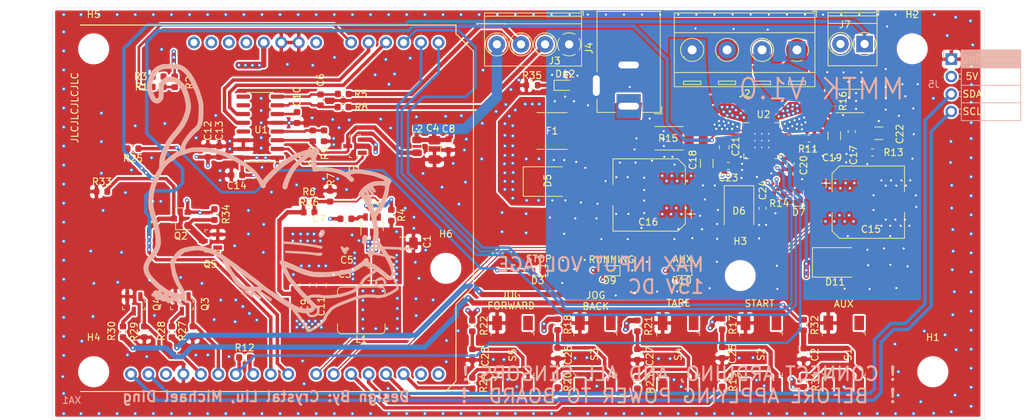
<source format=kicad_pcb>
(kicad_pcb (version 20211014) (generator pcbnew)
  (layers (0 "F.Cu" signal) (1 "In1.Cu" mixed) (2 "In2.Cu" mixed) (31 "B.Cu" signal) (34 "B.Paste" user) (35 "F.Paste" user) (36 "B.SilkS" user "B.Silkscreen") (37 "F.SilkS" user "F.Silkscreen") (38 "B.Mask" user) (39 "F.Mask" user) (44 "Edge.Cuts" user))
  (net 0 "")
  (net 1 "GND")
  (net 2 "Net-(C4-Pad1)")
  (net 3 "Net-(C6-Pad2)")
  (net 4 "Net-(C6-Pad1)")
  (net 5 "Net-(C7-Pad2)")
  (net 6 "Net-(C7-Pad1)")
  (net 7 "+5V")
  (net 8 "Net-(C10-Pad1)")
  (net 9 "Net-(C21-Pad2)")
  (net 10 "Net-(C21-Pad1)")
  (net 11 "Net-(C22-Pad2)")
  (net 12 "Net-(C23-Pad2)")
  (net 13 "Net-(C24-Pad1)")
  (net 14 "Net-(C25-Pad1)")
  (net 15 "Net-(C26-Pad1)")
  (net 16 "Net-(C27-Pad1)")
  (net 17 "Net-(C28-Pad1)")
  (net 18 "/VIN_SENSE")
  (net 19 "Net-(D7-Pad2)")
  (net 20 "/SERVO_ENN")
  (net 21 "+12V")
  (net 22 "/TMC2209/OB2")
  (net 23 "/TMC2209/OB1")
  (net 24 "/TMC2209/OA2")
  (net 25 "/TMC2209/OA1")
  (net 26 "Net-(J3-Pad3)")
  (net 27 "Net-(J3-Pad2)")
  (net 28 "/LCD_SDA")
  (net 29 "/LCD_SCL")
  (net 30 "Net-(L2-Pad1)")
  (net 31 "Net-(Q1-Pad1)")
  (net 32 "/SERVO_ENN_ARDUINO")
  (net 33 "Net-(R1-Pad2)")
  (net 34 "Net-(R4-Pad2)")
  (net 35 "Net-(R10-Pad1)")
  (net 36 "Net-(R11-Pad1)")
  (net 37 "/SERVO_UART_TX")
  (net 38 "/SERVO_UART_RX")
  (net 39 "/SERVO_DIAG")
  (net 40 "Net-(R15-Pad1)")
  (net 41 "Net-(R16-Pad1)")
  (net 42 "/BT0")
  (net 43 "/BT2")
  (net 44 "/BT1")
  (net 45 "/BT3")
  (net 46 "/LED0")
  (net 47 "/LED1")
  (net 48 "/LC_DT")
  (net 49 "/LC_SCK")
  (net 50 "/SERVO_DIR")
  (net 51 "/SERVO_STEP")
  (net 52 "/SERVO_INDEX")
  (net 53 "Net-(C2-Pad1)")
  (net 54 "/BT4")
  (net 55 "Net-(D3-Pad2)")
  (net 56 "Net-(D9-Pad1)")
  (net 57 "Net-(D10-Pad1)")
  (net 58 "Net-(Q2-Pad1)")
  (net 59 "Net-(Q3-Pad3)")
  (net 60 "Net-(Q4-Pad3)")
  (net 61 "Net-(D12-Pad1)")
  (net 62 "Net-(R26-Pad2)")
  (net 63 "Net-(F1-Pad1)")
  (footprint "Capacitor_SMD:C_1206_3216Metric" (layer "F.Cu") (at 51.0921 34.3154)
    (fp_text reference "C1")
    (fp_text value "10u")
  )
  (footprint "Capacitor_SMD:C_1206_3216Metric" (layer "F.Cu") (at 46.4566 38.8112 180)
    (fp_text reference "C3")
    (fp_text value "10u")
  )
  (footprint "Capacitor_SMD:C_1206_3216Metric" (layer "F.Cu") (at 55.549 20.702 -90)
    (fp_text reference "C4")
    (fp_text value "10u")
  )
  (footprint "Capacitor_SMD:C_0603_1608Metric" (layer "F.Cu") (at 46.2661 36.7411 180)
    (fp_text reference "C5")
    (fp_text value "100n")
  )
  (footprint "Capacitor_SMD:C_0603_1608Metric" (layer "F.Cu") (at 38.989 13.4365 -90)
    (fp_text reference "C6")
    (fp_text value "100n")
  )
  (footprint "Capacitor_SMD:C_0603_1608Metric" (layer "F.Cu") (at 42.672 30.734)
    (fp_text reference "C7")
    (fp_text value "100n")
  )
  (footprint "Capacitor_SMD:C_0603_1608Metric" (layer "F.Cu") (at 57.581 19.94 -90)
    (fp_text reference "C8")
    (fp_text value "100n")
  )
  (footprint "Capacitor_SMD:C_0805_2012Metric" (layer "F.Cu") (at 36.6903 40.4114 90)
    (fp_text reference "C9")
    (fp_text value "22u")
  )
  (footprint "Capacitor_SMD:C_0603_1608Metric" (layer "F.Cu") (at 35.56 16.002 -90)
    (fp_text reference "C10")
    (fp_text value "100n")
  )
  (footprint "Capacitor_SMD:C_0805_2012Metric" (layer "F.Cu") (at 39.0906 40.4144 90)
    (fp_text reference "C11")
    (fp_text value "22u")
  )
  (footprint "Capacitor_SMD:C_0603_1608Metric" (layer "F.Cu") (at 22.606 20.955 90)
    (fp_text reference "C12")
    (fp_text value "100n")
  )
  (footprint "Capacitor_SMD:C_0603_1608Metric" (layer "F.Cu") (at 24.257 20.955 90)
    (fp_text reference "C13")
    (fp_text value "100n")
  )
  (footprint "Capacitor_SMD:C_0603_1608Metric" (layer "F.Cu") (at 26.797 24.384 180)
    (fp_text reference "C14")
    (fp_text value "100n")
  )
  (footprint "Capacitor_SMD:CP_Elec_10x10" (layer "F.Cu") (at 118.618 28.321)
    (fp_text reference "C15")
    (fp_text value "330u")
  )
  (footprint "Capacitor_SMD:CP_Elec_10x10" (layer "F.Cu") (at 86.753 27.27 180)
    (fp_text reference "C16")
    (fp_text value "330u")
  )
  (footprint "Capacitor_SMD:C_0603_1608Metric" (layer "F.Cu") (at 116.205 18.034 -90)
    (fp_text reference "C17")
    (fp_text value "100n")
  )
  (footprint "Capacitor_SMD:C_1206_3216Metric" (layer "F.Cu") (at 95.13 22.66 -90)
    (fp_text reference "C18")
    (fp_text value "10u")
  )
  (footprint "Capacitor_SMD:C_1206_3216Metric" (layer "F.Cu") (at 113.665 18.666 -90)
    (fp_text reference "C19")
    (fp_text value "10u")
  )
  (footprint "Capacitor_SMD:C_0603_1608Metric" (layer "F.Cu") (at 107.315 22.733 -90)
    (fp_text reference "C20")
    (fp_text value "100n")
  )
  (footprint "Capacitor_SMD:C_0805_2012Metric" (layer "F.Cu") (at 97.68 20.3275 -90)
    (fp_text reference "C21")
    (fp_text value "22n")
  )
  (footprint "Capacitor_SMD:C_1206_3216Metric" (layer "F.Cu") (at 120.145 18.288)
    (fp_text reference "C22")
    (fp_text value "1u")
  )
  (footprint "Capacitor_SMD:C_0603_1608Metric" (layer "F.Cu") (at 98.2726 23.0505)
    (fp_text reference "C23")
    (fp_text value "100n")
  )
  (footprint "Capacitor_SMD:C_0603_1608Metric" (layer "F.Cu") (at 103.251 29.21 -90)
    (fp_text reference "C24")
    (fp_text value "2u2")
  )
  (footprint "Capacitor_SMD:C_0603_1608Metric" (layer "F.Cu") (at 97.375 50.21979 -90)
    (fp_text reference "C25")
    (fp_text value "100n")
  )
  (footprint "Capacitor_SMD:C_0603_1608Metric" (layer "F.Cu") (at 73.45 50.305716 -90)
    (fp_text reference "C26")
    (fp_text value "100n")
  )
  (footprint "Capacitor_SMD:C_0603_1608Metric" (layer "F.Cu") (at 85.05 50.487753 -90)
    (fp_text reference "C27")
    (fp_text value "100n")
  )
  (footprint "Capacitor_SMD:C_0603_1608Metric" (layer "F.Cu") (at 61.05 50.498679 -90)
    (fp_text reference "C28")
    (fp_text value "100n")
  )
  (footprint "Diode_SMD:D_SMB" (layer "F.Cu") (at 72 25.32)
    (fp_text reference "D5")
    (fp_text value "SMB15A")
  )
  (footprint "Diode_SMD:D_SMB" (layer "F.Cu") (at 99.822 29.464 -90)
    (fp_text reference "D6")
    (fp_text value "SMBJ5A")
  )
  (footprint "LED_SMD:LED_0603_1608Metric" (layer "F.Cu") (at 108.458 27.432 90)
    (fp_text reference "D7")
    (fp_text value "RED")
  )
  (footprint "LED_SMD:LED_0603_1608Metric" (layer "F.Cu") (at 81.025 38.3 180)
    (fp_text reference "D9")
    (fp_text value "GRN")
  )
  (footprint "LED_SMD:LED_0603_1608Metric" (layer "F.Cu") (at 91.5 38.275 180)
    (fp_text reference "D10")
    (fp_text value "WHT")
  )
  (footprint "Fuse:Fuse_2920_7451Metric" (layer "F.Cu") (at 72.635 17.954 180)
    (fp_text reference "F1")
    (fp_text value "Fuse")
  )
  (footprint "TerminalBlock_RND:TerminalBlock_RND_205-00289_1x04_P5.08mm_Horizontal" (layer "F.Cu") (at 108.25 6.15 180)
    (fp_text reference "J2")
    (fp_text value "Stepper")
  )
  (footprint "Connector_BarrelJack:BarrelJack_Horizontal" (layer "F.Cu") (at 83.775 14.35 -90)
    (fp_text reference "J4")
    (fp_text value "Barrel_Jack_Switch")
  )
  (footprint "TerminalBlock_Phoenix:TerminalBlock_Phoenix_PT-1,5-2-3.5-H_1x02_P3.50mm_Horizontal" (layer "F.Cu") (at 118.075 5.3 180)
    (fp_text reference "J7")
    (fp_text value "ESTOP_SOFT")
  )
  (footprint "Inductor_SMD:L_Bourns_SRP7028A_7.3x6.6mm" (layer "F.Cu") (at 44.9072 44.069 180)
    (fp_text reference "L1")
    (fp_text value "3.3uH")
  )
  (footprint "Inductor_SMD:L_0805_2012Metric" (layer "F.Cu") (at 53.009 20.194 90)
    (fp_text reference "L2")
    (fp_text value "3.3uH")
  )
  (footprint "Package_TO_SOT_SMD:SOT-23" (layer "F.Cu") (at 18.669 30.734 180)
    (fp_text reference "Q2")
    (fp_text value "Q_PMOS_GSD")
  )
  (footprint "Resistor_SMD:R_0603_1608Metric" (layer "F.Cu") (at 15.367 11.557)
    (fp_text reference "R1")
    (fp_text value "10K")
  )
  (footprint "Resistor_SMD:R_0603_1608Metric" (layer "F.Cu") (at 17.78 10.795 90)
    (fp_text reference "R2")
    (fp_text value "300K")
  )
  (footprint "Resistor_SMD:R_0603_1608Metric" (layer "F.Cu") (at 15.367 10.033)
    (fp_text reference "R3")
    (fp_text value "100K/1%")
  )
  (footprint "Resistor_SMD:R_0603_1608Metric" (layer "F.Cu") (at 49.276 30.226 90)
    (fp_text reference "R4")
    (fp_text value "10K")
  )
  (footprint "Resistor_SMD:R_0603_1608Metric" (layer "F.Cu") (at 42.291 12.573)
    (fp_text reference "R5")
    (fp_text value "100R")
  )
  (footprint "Resistor_SMD:R_0603_1608Metric" (layer "F.Cu") (at 40.3733 27.4447 90)
    (fp_text reference "R7")
    (fp_text value "10K")
  )
  (footprint "Resistor_SMD:R_0603_1608Metric" (layer "F.Cu") (at 42.2655 14.478)
    (fp_text reference "R8")
    (fp_text value "100R")
  )
  (footprint "Resistor_SMD:R_0603_1608Metric" (layer "F.Cu") (at 39.497 18.669 90)
    (fp_text reference "R9")
    (fp_text value "8.2K")
  )
  (footprint "Resistor_SMD:R_0603_1608Metric" (layer "F.Cu") (at 37.846 18.669 -90)
    (fp_text reference "R10")
    (fp_text value "20K")
  )
  (footprint "Resistor_SMD:R_0603_1608Metric" (layer "F.Cu") (at 109.982 19.05)
    (fp_text reference "R11")
    (fp_text value "100k/1%")
  )
  (footprint "Resistor_SMD:R_0603_1608Metric" (layer "F.Cu") (at 27.94 50.927)
    (fp_text reference "R12")
    (fp_text value "1k/1%")
  )
  (footprint "Resistor_SMD:R_0603_1608Metric" (layer "F.Cu") (at 119.2275 21.082 180)
    (fp_text reference "R13")
    (fp_text value "1R/1%")
  )
  (footprint "Resistor_SMD:R_0603_1608Metric" (layer "F.Cu") (at 105.5371 27.2288 180)
    (fp_text reference "R14")
    (fp_text value "200R/1%")
  )
  (footprint "Resistor_SMD:R_2512_6332Metric" (layer "F.Cu") (at 89.65 19.02 180)
    (fp_text reference "R15")
    (fp_text value "100mR/1W")
  )
  (footprint "Resistor_SMD:R_2512_6332Metric" (layer "F.Cu") (at 115.951 13.589)
    (fp_text reference "R16")
    (fp_text value "100mR/1W")
  )
  (footprint "Resistor_SMD:R_0603_1608Metric" (layer "F.Cu") (at 97.375 46.055469 -90)
    (fp_text reference "R17")
    (fp_text value "10K")
  )
  (footprint "Resistor_SMD:R_0603_1608Metric" (layer "F.Cu") (at 73.45 46.141395 -90)
    (fp_text reference "R18")
    (fp_text value "10K")
  )
  (footprint "Resistor_SMD:R_0603_1608Metric" (layer "F.Cu") (at 97.375 54.384111 90)
    (fp_text reference "R19")
    (fp_text value "100R")
  )
  (footprint "Resistor_SMD:R_0603_1608Metric" (layer "F.Cu") (at 73.45 54.470037 90)
    (fp_text reference "R20")
    (fp_text value "100R")
  )
  (footprint "Resistor_SMD:R_0603_1608Metric" (layer "F.Cu") (at 85.05 46.323432 -90)
    (fp_text reference "R21")
    (fp_text value "10K")
  )
  (footprint "Resistor_SMD:R_0603_1608Metric" (layer "F.Cu") (at 61.05 46.334358 -90)
    (fp_text reference "R22")
    (fp_text value "10K")
  )
  (footprint "Resistor_SMD:R_0603_1608Metric" (layer "F.Cu") (at 85.05 54.652074 90)
    (fp_text reference "R23")
    (fp_text value "100R")
  )
  (footprint "Resistor_SMD:R_0603_1608Metric" (layer "F.Cu") (at 61.05 54.663 90)
    (fp_text reference "R24")
    (fp_text value "100R")
  )
  (footprint "Resistor_SMD:R_0603_1608Metric" (layer "F.Cu") (at 20.4216 47.1932 -90)
    (fp_text reference "R27")
    (fp_text value "10K")
  )
  (footprint "Resistor_SMD:R_0603_1608Metric" (layer "F.Cu") (at 17.3736 47.1932 -90)
    (fp_text reference "R28")
    (fp_text value "200R/1%")
  )
  (footprint "Resistor_SMD:R_0603_1608Metric" (layer "F.Cu") (at 13.3604 47.1932 -90)
    (fp_text reference "R29")
    (fp_text value "10K")
  )
  (footprint "Resistor_SMD:R_0603_1608Metric" (layer "F.Cu") (at 10.2616 47.1932 -90)
    (fp_text reference "R30")
    (fp_text value "200R/1%")
  )
  (footprint "digikey-footprints:Switch_Tactile_SMD_6x6mm" (layer "F.Cu") (at 103.0125 50.45 90)
    (fp_text reference "S2")
    (fp_text value "B3F-1000")
  )
  (footprint "digikey-footprints:Switch_Tactile_SMD_6x6mm" (layer "F.Cu") (at 78.9375 50.45 90)
    (fp_text reference "S3")
    (fp_text value "B3F-1000")
  )
  (footprint "digikey-footprints:Switch_Tactile_SMD_6x6mm" (layer "F.Cu") (at 90.975 50.45 90)
    (fp_text reference "S4")
    (fp_text value "B3F-1000")
  )
  (footprint "digikey-footprints:Switch_Tactile_SMD_6x6mm" (layer "F.Cu") (at 66.9 50.45 90)
    (fp_text reference "S5")
    (fp_text value "B3F-1000")
  )
  (footprint "Package_SO:SOIC-16_3.9x9.9mm_P1.27mm" (layer "F.Cu") (at 30.226 17.399 180)
    (fp_text reference "U1")
    (fp_text value "HX711")
  )
  (footprint "Package_DFN_QFN:QFN-28-1EP_5x5mm_P0.5mm_EP3.35x3.35mm_ThermalVias" (layer "F.Cu") (at 103.132 19.3635)
    (fp_text reference "U2")
    (fp_text value "TMC2209")
  )
  (footprint "Package_TO_SOT_SMD:SOT-23-6" (layer "F.Cu") (at 46.482 31.58 90)
    (fp_text reference "U3")
    (fp_text value "TPS562200")
  )
  (footprint "MountingHole:MountingHole_4mm" (layer "F.Cu") (at 128 53)
    (fp_text reference "H1")
    (fp_text value "MountingHole")
  )
  (footprint "MountingHole:MountingHole_4mm" (layer "F.Cu") (at 125 6)
    (fp_text reference "H2")
    (fp_text value "MountingHole")
  )
  (footprint "MountingHole:MountingHole_4mm" (layer "F.Cu") (at 100 39)
    (fp_text reference "H3")
    (fp_text value "MountingHole")
  )
  (footprint "TerminalBlock_Phoenix:TerminalBlock_Phoenix_PT-1,5-4-3.5-H_1x04_P3.50mm_Horizontal" (layer "F.Cu") (at 75.125 5.35 180)
    (fp_text reference "J3")
    (fp_text value "LoadCell")
  )
  (footprint "Capacitor_SMD:C_0603_1608Metric" (layer "F.Cu") (at 109.225 50.3875 -90)
    (fp_text reference "C2")
    (fp_text value "100n")
  )
  (footprint "Resistor_SMD:R_0603_1608Metric" (layer "F.Cu") (at 109.25 54.4375 90)
    (fp_text reference "R31")
    (fp_text value "10K")
  )
  (footprint "Resistor_SMD:R_0603_1608Metric" (layer "F.Cu") (at 109.225 46.2125 -90)
    (fp_text reference "R32")
    (fp_text value "100R")
  )
  (footprint "digikey-footprints:Switch_Tactile_SMD_6x6mm" (layer "F.Cu") (at 115.05 50.45 90)
    (fp_text reference "S1")
    (fp_text value "B3F-1000")
  )
  (footprint "LED_SMD:LED_0603_1608Metric" (layer "F.Cu") (at 70.55 38.3 180)
    (fp_text reference "D3")
    (fp_text value "RED")
  )
  (footprint "Resistor_SMD:R_0603_1608Metric" (layer "F.Cu") (at 11.7125 20.525 180)
    (fp_text reference "R25")
    (fp_text value "200R/1%")
  )
  (footprint "Resistor_SMD:R_0603_1608Metric" (layer "F.Cu") (at 7.2 26.775)
    (fp_text reference "R33")
    (fp_text value "20K")
  )
  (footprint "Diode_SMD:D_SMB" (layer "F.Cu") (at 114.046 37.084)
    (fp_text reference "D11")
    (fp_text value "SMBJ5A")
  )
  (footprint "digikey-footprints:SOT-23-3" (layer "F.Cu") (at 43.9928 20.1676 180)
    (fp_text reference "Q1")
    (fp_text value "MMBT4403LT1G")
  )
  (footprint "digikey-footprints:SOT-23-3" (layer "F.Cu") (at 18.8316 43.1292 -90)
    (fp_text reference "Q3")
    (fp_text value "2N7002")
  )
  (footprint "digikey-footprints:SOT-23-3" (layer "F.Cu") (at 11.8364 43.1292 -90)
    (fp_text reference "Q4")
    (fp_text value "2N7002")
  )
  (footprint "digikey-footprints:SOT-23-3" (layer "F.Cu") (at 22.987 33.9725 180)
    (fp_text reference "Q5")
    (fp_text value "2N7002")
  )
  (footprint "Resistor_SMD:R_0603_1608Metric" (layer "F.Cu") (at 23.5585 30.1245 90)
    (fp_text reference "R34")
    (fp_text value "20K")
  )
  (footprint "MountingHole:MountingHole_4mm" (layer "F.Cu") (at 6 53)
    (fp_text reference "H4")
    (fp_text value "MountingHole")
  )
  (footprint "MountingHole:MountingHole_4mm" (layer "F.Cu") (at 6 6)
    (fp_text reference "H5")
    (fp_text value "MountingHole")
  )
  (footprint "MountingHole:MountingHole_4mm" (layer "F.Cu") (at 57.2008 37.9476)
    (fp_text reference "H6")
    (fp_text value "MountingHole")
  )
  (footprint "LED_SMD:LED_0603_1608Metric" (layer "F.Cu") (at 74.422 11.303)
    (fp_text reference "D12")
    (fp_text value "YEL")
  )
  (footprint "Resistor_SMD:R_0603_1608Metric" (layer "F.Cu") (at 37.3126 28.2321)
    (fp_text reference "R6")
    (fp_text value "110K")
  )
  (footprint "Resistor_SMD:R_0603_1608Metric" (layer "F.Cu") (at 37.3126 29.7815)
    (fp_text reference "R26")
    (fp_text value "110K")
  )
  (footprint "Resistor_SMD:R_0603_1608Metric" (layer "F.Cu") (at 69.723 11.303)
    (fp_text reference "R35")
    (fp_text value "200R/1%")
  )
  (footprint "Connector_PinSocket_2.54mm:PinSocket_1x04_P2.54mm_Horizontal" (layer "B.Cu") (at 130.682 7.5 180)
    (fp_text reference "J5")
    (fp_text value "LCD")
  )
  (footprint "MMTK:Arduino_Uno_Shield_NoICSP" (layer "B.Cu") (at -7.366 2.54)
    (fp_text reference "XA1")
    (fp_text value "Arduino_Uno_Shield_NoICSP")
  )
  (footprint "MMTK:Tensile Cat" (layer "B.Cu") (at 31.175 27.525 180)
    (fp_text reference "G1" hide)
    (fp_text value "Tensile_Cat_Logo" hide)
  )
  (gr_arc (start 0 0.5) (mid 0.146447 0.146447) (end 0.5 0) (layer "Edge.Cuts") (width 0.05))
  (gr_line (start 135.5 59.6) (end 135.507 0.5) (layer "Edge.Cuts") (width 0.05))
  (gr_arc (start 135.5 59.6) (mid 135.357843 59.893198) (end 135.05 60) (layer "Edge.Cuts") (width 0.05))
  (gr_line (start 0.507999 59.999936) (end 135.05 60) (layer "Edge.Cuts") (width 0.05))
  (gr_line (start 0.5 0) (end 135.007 0) (layer "Edge.Cuts") (width 0.05))
  (gr_arc (start 0.507999 59.999936) (mid 0.149286 59.85637) (end 0 59.5) (layer "Edge.Cuts") (width 0.05))
  (gr_arc (start 135.007 0) (mid 135.360553 0.146447) (end 135.507 0.5) (layer "Edge.Cuts") (width 0.05))
  (gr_line (start 0 0.5) (end 0 59.5) (layer "Edge.Cuts") (width 0.05))
  (gr_text "! CONNECT ARDUINO, AND ALL SENSORS !\n!  BEFORE APPLYING POWER TO BOARD  !" (at 122.8344 54.9148) (layer "B.SilkS") (effects (font (size 2 2) (thickness 0.3)) (justify left mirror)))
  (gr_text "MAX INPUT VOLTAGE\n15V DC" (at 94.9071 39.0144) (layer "B.SilkS") (effects (font (size 2 2) (thickness 0.3)) (justify left mirror)))
  (gr_text "Design By: Crystal Liu, Michael Ding" (at 31.0515 56.6166) (layer "B.SilkS") (effects (font (size 1.5 1.5) (thickness 0.3)) (justify mirror)))
  (gr_text "MMTK V1.0" (at 111.8108 11.8491) (layer "B.SilkS") (effects (font (size 3 3) (thickness 0.3)) (justify mirror)))
  (gr_text "START" (at 102.8 43.075) (layer "F.SilkS") (effects (font (size 1 1))))
  (gr_text "AUX" (at 115.05 43.125) (layer "F.SilkS") (effects (font (size 1 1))))
  (gr_text "AUX" (at 91.625 36.6) (layer "F.SilkS") (effects (font (size 1 1))))
  (gr_text "JOG\nBACK" (at 79 42.675) (layer "F.SilkS") (effects (font (size 1 1))))
  (gr_text "SCL" (at 133.731 15.113) (layer "F.SilkS") (effects (font (size 1 1))))
  (gr_text "JOG\nFORWARD" (at 66.7 42.6) (layer "F.SilkS") (effects (font (size 1 1))))
  (gr_text "STOP" (at 70.725 36.575) (layer "F.SilkS") (effects (font (size 1 1))))
  (gr_text "GND" (at 133.682 7.5) (layer "F.SilkS") (effects (font (size 1 1))))
  (gr_text "JLCJLCJLCJLC" (at 3.2512 14.5796 90) (layer "F.SilkS") (effects (font (size 1 1))))
  (gr_text "RUNNING" (at 81.3 36.675) (layer "F.SilkS") (effects (font (size 1 1))))
  (gr_text "SDA" (at 133.731 12.573) (layer "F.SilkS") (effects (font (size 1 1))))
  (gr_text "5V" (at 133.682 10) (layer "F.SilkS") (effects (font (size 1 1))))
  (gr_text "TARE" (at 91.025 43) (layer "F.SilkS") (effects (font (size 1 1))))
  (segment (start 25.527 20.32) (end 25.781 20.574) (width 0.508) (layer "F.Cu") (net 1))
  (segment (start 26.162 20.574) (end 27.751 20.574) (width 0.508) (layer "F.Cu") (net 1))
  (segment (start 34.417 16.764) (end 35.5345 16.764) (width 0.381) (layer "F.Cu") (net 1))
  (segment (start 102.632 18.8635) (end 103.132 19.3635) (width 0.1524) (layer "F.Cu") (net 1))
  (segment (start 27.751 20.574) (end 29.464 20.574) (width 0.508) (layer "F.Cu") (net 1))
  (segment (start 40.4875 19.4565) (end 40.894 19.05) (width 0.381) (layer "F.Cu") (net 1))
  (segment (start 25.146 24.384) (end 24.638 23.876) (width 0.508) (layer "F.Cu") (net 1))
  (segment (start 100.682 18.8635) (end 102.632 18.8635) (width 0.1524) (layer "F.Cu") (net 1))
  (segment (start 26.0095 24.384) (end 25.146 24.384) (width 0.508) (layer "F.Cu") (net 1))
  (segment (start 104.132 21.8135) (end 104.132 20.3635) (width 0.1524) (layer "F.Cu") (net 1))
  (segment (start 35.5345 16.764) (end 35.56 16.7895) (width 0.381) (layer "F.Cu") (net 1))
  (segment (start 84.952333 39.007999) (end 84.952333 37.670499) (width 0.381) (layer "F.Cu") (net 1))
  (segment (start 55.549 22.102) (end 56.424 22.102) (width 0.762) (layer "F.Cu") (net 1))
  (segment (start 25.3745 20.1675) (end 25.527 20.32) (width 0.508) (layer "F.Cu") (net 1))
  (segment (start 26.0095 23.0885) (end 25.781 22.86) (width 0.508) (layer "F.Cu") (net 1))
  (segment (start 39.497 19.4565) (end 40.4875 19.4565) (width 0.381) (layer "F.Cu") (net 1))
  (segment (start 22.606 20.1675) (end 25.3745 20.1675) (width 0.508) (layer "F.Cu") (net 1))
  (segment (start 40.894 19.05) (end 40.894 19.939) (width 0.381) (layer "F.Cu") (net 1))
  (segment (start 40.4115 19.4565) (end 40.894 19.939) (width 0.381) (layer "F.Cu") (net 1))
  (segment (start 25.781 20.574) (end 26.162 20.574) (width 0.508) (layer "F.Cu") (net 1))
  (segment (start 104.132 20.3635) (end 103.132 19.3635) (width 0.1524) (layer "F.Cu") (net 1))
  (segment (start 105.582 19.3635) (end 103.132 19.3635) (width 0.1524) (layer "F.Cu") (net 1))
  (segment (start 26.0095 24.384) (end 26.0095 23.0885) (width 0.508) (layer "F.Cu") (net 1))
  (segment (start 32.701 16.764) (end 30.861 16.764) (width 0.381) (layer "F.Cu") (net 1))
  (segment (start 32.701 16.764) (end 34.417 16.764) (width 0.381) (layer "F.Cu") (net 1))
  (segment (start 39.497 19.4565) (end 40.4115 19.4565) (width 0.381) (layer "F.Cu") (net 1))
  (via (at 121.158 25.908) (size 0.6) (drill 0.3) (layers "F.Cu" "B.Cu") (net 1))
  (via (at 120.523 25.146) (size 0.6) (drill 0.3) (layers "F.Cu" "B.Cu") (net 1))
  (via (at 122.682 25.908) (size 0.6) (drill 0.3) (layers "F.Cu" "B.Cu") (net 1))
  (via (at 123.444 25.146) (size 0.6) (drill 0.3) (layers "F.Cu" "B.Cu") (net 1))
  (via (at 121.92 25.146) (size 0.6) (drill 0.3) (layers "F.Cu" "B.Cu") (net 1))
  (via (at 124.079 25.908) (size 0.6) (drill 0.3) (layers "F.Cu" "B.Cu") (net 1))
  (via (at 124.714 25.146) (size 0.6) (drill 0.3) (layers "F.Cu" "B.Cu") (net 1))
  (via (at 121.158 30.861) (size 0.6) (drill 0.3) (layers "F.Cu" "B.Cu") (net 1))
  (via (at 122.555 30.861) (size 0.6) (drill 0.3) (layers "F.Cu" "B.Cu") (net 1))
  (via (at 123.952 30.861) (size 0.6) (drill 0.3) (layers "F.Cu" "B.Cu") (net 1))
  (via (at 124.587 31.75) (size 0.6) (drill 0.3) (layers "F.Cu" "B.Cu") (net 1))
  (via (at 123.317 31.75) (size 0.6) (drill 0.3) (layers "F.Cu" "B.Cu") (net 1))
  (via (at 120.523 31.75) (size 0.6) (drill 0.3) (layers "F.Cu" "B.Cu") (net 1))
  (via (at 121.793 31.75) (size 0.6) (drill 0.3) (layers "F.Cu" "B.Cu") (net 1))
  (via (at 117.30736 59.0931) (size 0.6) (drill 0.3) (layers "F.Cu" "B.Cu") (net 1))
  (via (at 83.09864 59.0931) (size 0.6) (drill 0.3) (layers "F.Cu" "B.Cu") (net 1))
  (via (at 90.99296 59.0931) (size 0.6) (drill 0.3) (layers "F.Cu" "B.Cu") (net 1))
  (via (at 88.36152 59.0931) (size 0.6) (drill 0.3) (layers "F.Cu" "B.Cu") (net 1))
  (via (at 85.73008 59.0931) (size 0.6) (drill 0.3) (layers "F.Cu" "B.Cu") (net 1))
  (via (at 106.7816 59.0931) (size 0.6) (drill 0.3) (layers "F.Cu" "B.Cu") (net 1))
  (via (at 80.4672 59.0931) (size 0.6) (drill 0.3) (layers "F.Cu" "B.Cu") (net 1))
  (via (at 93.6244 59.0931) (size 0.6) (drill 0.3) (layers "F.Cu" "B.Cu") (net 1))
  (via (at 109.41304 59.0931) (size 0.6) (drill 0.3) (layers "F.Cu" "B.Cu") (net 1))
  (via (at 75.20432 59.0931) (size 0.6) (drill 0.3) (layers "F.Cu" "B.Cu") (net 1))
  (via (at 77.83576 59.0931) (size 0.6) (drill 0.3) (layers "F.Cu" "B.Cu") (net 1))
  (via (at 125.20168 59.0931) (size 0.6) (drill 0.3) (layers "F.Cu" "B.Cu") (net 1))
  (via (at 112.04448 59.0931) (size 0.6) (drill 0.3) (layers "F.Cu" "B.Cu") (net 1))
  (via (at 72.57288 59.0931) (size 0.6) (drill 0.3) (layers "F.Cu" "B.Cu") (net 1))
  (via (at 133.5665 58.028) (size 0.6) (drill 0.3) (layers "F.Cu" "B.Cu") (net 1))
  (via (at 122.57024 59.0931) (size 0.6) (drill 0.3) (layers "F.Cu" "B.Cu") (net 1))
  (via (at 119.9388 59.0931) (size 0.6) (drill 0.3) (layers "F.Cu" "B.Cu") (net 1))
  (via (at 114.67592 59.0931) (size 0.6) (drill 0.3) (layers "F.Cu" "B.Cu") (net 1))
  (via (at 104.15016 59.0931) (size 0.6) (drill 0.3) (layers "F.Cu" "B.Cu") (net 1))
  (via (at 98.88728 59.0931) (size 0.6) (drill 0.3) (layers "F.Cu" "B.Cu") (net 1))
  (via (at 101.51872 59.0931) (size 0.6) (drill 0.3) (layers "F.Cu" "B.Cu") (net 1))
  (via (at 96.25584 59.0931) (size 0.6) (drill 0.3) (layers "F.Cu" "B.Cu") (net 1))
  (via (at 43.62704 59.0931) (size 0.6) (drill 0.3) (layers "F.Cu" "B.Cu") (net 1))
  (via (at 22.57552 59.0931) (size 0.6) (drill 0.3) (layers "F.Cu" "B.Cu") (net 1))
  (via (at 56.78424 59.0931) (size 0.6) (drill 0.3) (layers "F.Cu" "B.Cu") (net 1))
  (via (at 40.9956 59.0931) (size 0.6) (drill 0.3) (layers "F.Cu" "B.Cu") (net 1))
  (via (at 30.46984 59.0931) (size 0.6) (drill 0.3) (layers "F.Cu" "B.Cu") (net 1))
  (via (at 4.15544 59.0931) (size 0.6) (drill 0.3) (layers "F.Cu" "B.Cu") (net 1))
  (via (at 62.04712 59.0931) (size 0.6) (drill 0.3) (layers "F.Cu" "B.Cu") (net 1))
  (via (at 27.8384 59.0931) (size 0.6) (drill 0.3) (layers "F.Cu" "B.Cu") (net 1))
  (via (at 19.94408 59.0931) (size 0.6) (drill 0.3) (layers "F.Cu" "B.Cu") (net 1))
  (via (at 35.73272 59.0931) (size 0.6) (drill 0.3) (layers "F.Cu" "B.Cu") (net 1))
  (via (at 6.78688 59.0931) (size 0.6) (drill 0.3) (layers "F.Cu" "B.Cu") (net 1))
  (via (at 48.88992 59.0931) (size 0.6) (drill 0.3) (layers "F.Cu" "B.Cu") (net 1))
  (via (at 38.36416 59.0931) (size 0.6) (drill 0.3) (layers "F.Cu" "B.Cu") (net 1))
  (via (at 64.67856 59.0931) (size 0.6) (drill 0.3) (layers "F.Cu" "B.Cu") (net 1))
  (via (at 46.25848 59.0931) (size 0.6) (drill 0.3) (layers "F.Cu" "B.Cu") (net 1))
  (via (at 1.651 59.0931) (size 0.6) (drill 0.3) (layers "F.Cu" "B.Cu") (net 1))
  (via (at 67.31 59.0931) (size 0.6) (drill 0.3) (layers "F.Cu" "B.Cu") (net 1))
  (via (at 33.10128 59.0931) (size 0.6) (drill 0.3) (layers "F.Cu" "B.Cu") (net 1))
  (via (at 17.31264 59.0931) (size 0.6) (drill 0.3) (layers "F.Cu" "B.Cu") (net 1))
  (via (at 14.6812 59.0931) (size 0.6) (drill 0.3) (layers "F.Cu" "B.Cu") (net 1))
  (via (at 12.04976 59.0931) (size 0.6) (drill 0.3) (layers "F.Cu" "B.Cu") (net 1))
  (via (at 59.41568 59.0931) (size 0.6) (drill 0.3) (layers "F.Cu" "B.Cu") (net 1))
  (via (at 9.41832 59.0931) (size 0.6) (drill 0.3) (layers "F.Cu" "B.Cu") (net 1))
  (via (at 51.52136 59.0931) (size 0.6) (drill 0.3) (layers "F.Cu" "B.Cu") (net 1))
  (via (at 54.1528 59.0931) (size 0.6) (drill 0.3) (layers "F.Cu" "B.Cu") (net 1))
  (via (at 25.20696 59.0931) (size 0.6) (drill 0.3) (layers "F.Cu" "B.Cu") (net 1))
  (via (at 69.94144 59.0931) (size 0.6) (drill 0.3) (layers "F.Cu" "B.Cu") (net 1))
  (via (at 133.475 1.925) (size 0.6) (drill 0.3) (layers "F.Cu" "B.Cu") (net 1))
  (via (at 133.5665 55.25818) (size 0.6) (drill 0.3) (layers "F.Cu" "B.Cu") (net 1))
  (via (at 133.5665 41.409135) (size 0.6) (drill 0.3) (layers "F.Cu" "B.Cu") (net 1))
  (via (at 133.5665 44.178944) (size 0.6) (drill 0.3) (layers "F.Cu" "B.Cu") (net 1))
  (via (at 133.5665 49.718562) (size 0.6) (drill 0.3) (layers "F.Cu" "B.Cu") (net 1))
  (via (at 133.5665 46.948753) (size 0.6) (drill 0.3) (layers "F.Cu" "B.Cu") (net 1))
  (via (at 133.5665 52.488371) (size 0.6) (drill 0.3) (layers "F.Cu" "B.Cu") (net 1))
  (via (at 133.5665 38.47) (size 0.6) (drill 0.3) (layers "F.Cu" "B.Cu") (net 1))
  (via (at 133.5665 35.70018) (size 0.6) (drill 0.3) (layers "F.Cu" "B.Cu") (net 1))
  (via (at 133.5665 24.620944) (size 0.6) (drill 0.3) (layers "F.Cu" "B.Cu") (net 1))
  (via (at 133.5665 21.851135) (size 0.6) (drill 0.3) (layers "F.Cu" "B.Cu") (net 1))
  (via (at 133.5665 32.930371) (size 0.6) (drill 0.3) (layers "F.Cu" "B.Cu") (net 1))
  (via (at 133.5665 27.390753) (size 0.6) (drill 0.3) (layers "F.Cu" "B.Cu") (net 1))
  (via (at 133.5665 30.160562) (size 0.6) (drill 0.3) (layers "F.Cu" "B.Cu") (net 1))
  (via (at 133.5665 19.057135) (size 0.6) (drill 0.3) (layers "F.Cu" "B.Cu") (net 1))
  (via (at 130.9 44.7) (size 0.6) (drill 0.3) (layers "F.Cu" "B.Cu") (net 1))
  (via (at 43.62704 1.016) (size 0.6) (drill 0.3) (layers "F.Cu" "B.Cu") (net 1))
  (via (at 54.1528 1.016) (size 0.6) (drill 0.3) (layers "F.Cu" "B.Cu") (net 1))
  (via (at 37.1094 32.9438) (size 0.6) (drill 0.3) (layers "F.Cu" "B.Cu") (net 1))
  (via (at 39.751 37.592) (size 0.6) (drill 0.3) (layers "F.Cu" "B.Cu") (net 1))
  (via (at 118.8 40.975) (size 0.6) (drill 0.3) (layers "F.Cu" "B.Cu") (net 1))
  (via (at 123.063 15.748) (size 0.6) (drill 0.3) (layers "F.Cu" "B.Cu") (net 1))
  (via (at 131.325 1.4) (size 0.6) (drill 0.3) (layers "F.Cu" "B.Cu") (net 1))
  (via (at 112.649 9.398) (size 0.6) (drill 0.3) (layers "F.Cu" "B.Cu") (net 1))
  (via (at 14.6812 1.016) (size 0.6) (drill 0.3) (layers "F.Cu" "B.Cu") (net 1))
  (via (at 115.175 40.925) (size 0.6) (drill 0.3) (layers "F.Cu" "B.Cu") (net 1))
  (via (at 90.45 22.85) (size 0.6) (drill 0.3) (layers "F.Cu" "B.Cu") (net 1))
  (via (at 72.644 9.779) (size 0.6) (drill 0.3) (layers "F.Cu" "B.Cu") (net 1))
  (via (at 103.759 31.623) (size 0.6) (drill 0.3) (layers "F.Cu" "B.Cu") (net 1))
  (via (at 74.1172 40.0812) (size 0.6) (drill 0.3) (layers "F.Cu" "B.Cu") (net 1))
  (via (at 43.942 37.211) (size 0.6) (drill 0.3) (layers "F.Cu" "B.Cu") (net 1))
  (via (at 94.5703 25.8808) (size 0.6) (drill 0.3) (layers "F.Cu" "B.Cu") (net 1))
  (via (at 84.3 38.25) (size 0.6) (drill 0.3) (layers "F.Cu" "B.Cu") (net 1))
  (via (at 7.125 24.1) (size 0.6) (drill 0.3) (layers "F.Cu" "B.Cu") (net 1))
  (via (at 68.875 32.775) (size 0.6) (drill 0.3) (layers "F.Cu" "B.Cu") (net 1))
  (via (at 88.9 20.14) (size 0.6) (drill 0.3) (layers "F.Cu" "B.Cu") (net 1))
  (via (at 77.851 14.224) (size 0.6) (drill 0.3) (layers "F.Cu" "B.Cu") (net 1))
  (via (at 91 32.225) (size 0.6) (drill 0.3) (layers "F.Cu" "B.Cu") (net 1))
  (via (at 96.6 37) (size 0.6) (drill 0.3) (layers "F.Cu" "B.Cu") (net 1))
  (via (at 24.4856 42.5704) (size 0.6) (drill 0.3) (layers "F.Cu" "B.Cu") (net 1))
  (via (at 81.983 24.684) (size 0.6) (drill 0.3) (layers "F.Cu" "B.Cu") (net 1))
  (via (at 35.0266 38.862) (size 0.6) (drill 0.3) (layers "F.Cu" "B.Cu") (net 1))
  (via (at 88.125 51.1) (size 0.6) (drill 0.3) (layers "F.Cu" "B.Cu") (net 1))
  (via (at 4.2799 48.5394) (size 0.6) (drill 0.3) (layers "F.Cu" "B.Cu") (net 1))
  (via (at 81.9 41.9) (size 0.6) (drill 0.3) (layers "F.Cu" "B.Cu") (net 1))
  (via (at 90.15 21.71) (size 0.6) (drill 0.3) (layers "F.Cu" "B.Cu") (net 1))
  (via (at 34.9504 32.9438) (size 0.6) (drill 0.3) (layers "F.Cu" "B.Cu") (net 1))
  (via (at 86.425 37) (size 0.6) (drill 0.3) (layers "F.Cu" "B.Cu") (net 1))
  (via (at 43.688 38.1) (size 0.6) (drill 0.3) (layers "F.Cu" "B.Cu") (net 1))
  (via (at 87.925 41.325) (size 0.6) (drill 0.3) (layers "F.Cu" "B.Cu") (net 1))
  (via (at 86.039 24.759) (size 0.6) (drill 0.3) (layers "F.Cu" "B.Cu") (net 1))
  (via (at 36.375 51.425) (size 0.6) (drill 0.3) (layers "F.Cu" "B.Cu") (net 1))
  (via (at 130.95 35.45) (size 0.6) (drill 0.3) (layers "F.Cu" "B.Cu") (net 1))
  (via (at 104 3.2) (size 0.6) (drill 0.3) (layers "F.Cu" "B.Cu") (net 1))
  (via (at 30.725 31.55) (size 0.6) (drill 0.3) (layers "F.Cu" "B.Cu") (net 1))
  (via (at 30.48 23.241) (size 0.6) (drill 0.3) (layers "F.Cu" "B.Cu") (net 1))
  (via (at 14.8336 44.8056) (size 0.6) (drill 0.3) (layers "F.Cu" "B.Cu") (net 1))
  (via (at 102.425 24.65) (size 0.6) (drill 0.3) (layers "F.Cu" "B.Cu") (net 1))
  (via (at 57.275 51.55) (size 0.6) (drill 0.3) (layers "F.Cu" "B.Cu") (net 1))
  (via (at 30.353 18.923) (size 0.6) (drill 0.3) (layers "F.Cu" "B.Cu") (net 1))
  (via (at 1.651 45.078944) (size 0.6) (drill 0.3) (layers "F.Cu" "B.Cu") (net 1))
  (via (at 1.5113 53.7083) (size 0.6) (drill 0.3) (layers "F.Cu" "B.Cu") (net 1))
  (via (at 18.6436 39.2684) (size 0.6) (drill 0.3) (layers "F.Cu" "B.Cu") (net 1))
  (via (at 14.605 28.194) (size 0.6) (drill 0.3) (layers "F.Cu" "B.Cu") (net 1))
  (via (at 106.7816 1.016) (size 0.6) (drill 0.3) (layers "F.Cu" "B.Cu") (net 1))
  (via (at 118.491 35.2425) (size 0.6) (drill 0.3) (layers "F.Cu" "B.Cu") (net 1))
  (via (at 16.35 16.875) (size 0.6) (drill 0.3) (layers "F.Cu" "B.Cu") (net 1))
  (via (at 43.688 39.497) (size 0.6) (drill 0.3) (layers "F.Cu" "B.Cu") (net 1))
  (via (at 77.83576 1.016) (size 0.6) (drill 0.3) (layers "F.Cu" "B.Cu") (net 1))
  (via (at 66.6496 11.9126) (size 0.6) (drill 0.3) (layers "F.Cu" "B.Cu") (net 1))
  (via (at 1.651 22.920472) (size 0.6) (drill 0.3) (layers "F.Cu" "B.Cu") (net 1))
  (via (at 93.5 3.025) (size 0.6) (drill 0.3) (layers "F.Cu" "B.Cu") (net 1))
  (via (at 121.158 11.557) (size 0.6) (drill 0.3) (layers "F.Cu" "B.Cu") (net 1))
  (via (at 6.0325 40.132) (size 0.6) (drill 0.3) (layers "F.Cu" "B.Cu") (net 1))
  (via (at 130.9 32.3) (size 0.6) (drill 0.3) (layers "F.Cu" "B.Cu") (net 1))
  (via (at 105.4 40.95) (size 0.6) (drill 0.3) (layers "F.Cu" "B.Cu") (net 1))
  (via (at 119.38 27.305) (size 0.6) (drill 0.3) (layers "F.Cu" "B.Cu") (net 1))
  (via (at 131.3942 49.7967) (size 0.6) (drill 0.3) (layers "F.Cu" "B.Cu") (net 1))
  (via (at 10.922 50.546) (size 0.6) (drill 0.3) (layers "F.Cu" "B.Cu") (net 1))
  (via (at 37.75 16.05) (size 0.6) (drill 0.3) (layers "F.Cu" "B.Cu") (net 1))
  (via (at 1.651 11.841236) (size 0.6) (drill 0.3) (layers "F.Cu" "B.Cu") (net 1))
  (via (at 88.89 19.14) (size 0.6) (drill 0.3) (layers "F.Cu" "B.Cu") (net 1))
  (via (at 84.64 20.64) (size 0.6) (drill 0.3) (layers "F.Cu" "B.Cu") (net 1))
  (via (at 52.7685 37.0713) (size 0.6) (drill 0.3) (layers "F.Cu" "B.Cu") (net 1))
  (via (at 96.647 31.496) (size 0.6) (drill 0.3) (layers "F.Cu" "B.Cu") (net 1))
  (via (at 90.436 33.6835) (size 0.6) (drill 0.3) (layers "F.Cu" "B.Cu") (net 1))
  (via (at 38.9574 33.9488) (size 0.6) (drill 0.3) (layers "F.Cu" "B.Cu") (net 1))
  (via (at 64.1 51.2) (size 0.6) (drill 0.3) (layers "F.Cu" "B.Cu") (net 1))
  (via (at 43.942 36.4744) (size 0.6) (drill 0.3) (layers "F.Cu" "B.Cu") (net 1))
  (via (at 64.67856 1.016) (size 0.6) (drill 0.3) (layers "F.Cu" "B.Cu") (net 1))
  (via (at 59.1 28.6) (size 0.6) (drill 0.3) (layers "F.Cu" "B.Cu") (net 1))
  (via (at 125.0315 21.971) (size 0.6) (drill 0.3) (layers "F.Cu" "B.Cu") (net 1))
  (via (at 30.353 13.208) (size 0.6) (drill 0.3) (layers "F.Cu" "B.Cu") (net 1))
  (via (at 1.651 47.848753) (size 0.6) (drill 0.3) (layers "F.Cu" "B.Cu") (net 1))
  (via (at 27.8384 1.016) (size 0.6) (drill 0.3) (layers "F.Cu" "B.Cu") (net 1))
  (via (at 5.8928 44.958) (size 0.6) (drill 0.3) (layers "F.Cu" "B.Cu") (net 1))
  (via (at 25.6794 50.8) (size 0.6) (drill 0.3) (layers "F.Cu" "B.Cu") (net 1))
  (via (at 23.75 15.7) (size 0.6) (drill 0.3) (layers "F.Cu" "B.Cu") (net 1))
  (via (at 133.575 13.775) (size 0.6) (drill 0.3) (layers "F.Cu" "B.Cu") (net 1))
  (via (at 37.338 37.592) (size 0.6) (drill 0.3) (layers "F.Cu" "B.Cu") (net 1))
  (via (at 102.375 54.225) (size 0.6) (drill 0.3) (layers "F.Cu" "B.Cu") (net 1))
  (via (at 115.6335 33.274) (size 0.6) (drill 0.3) (layers "F.Cu" "B.Cu") (net 1))
  (via (at 125.8 11.15) (size 0.6) (drill 0.3) (layers "F.Cu" "B.Cu") (net 1))
  (via (at 125.222 18.415) (size 0.6) (drill 0.3) (layers "F.Cu" "B.Cu") (net 1))
  (via (at 12.04976 1.016) (size 0.6) (drill 0.3) (layers "F.Cu" "B.Cu") (net 1))
  (via (at 53.3019 39.4081) (size 0.6) (drill 0.3) (layers "F.Cu" "B.Cu") (net 1))
  (via (at 104.521 24.13) (size 0.6) (drill 0.3) (layers "F.Cu" "B.Cu") (net 1))
  (via (at 59.9 20.725) (size 0.6) (drill 0.3) (layers "F.Cu" "B.Cu") (net 1))
  (via (at 76 51.025) (size 0.6) (drill 0.3) (layers "F.Cu" "B.Cu") (net 1))
  (via (at 15.875 6.075) (size 0.6) (drill 0.3) (layers "F.Cu" "B.Cu") (net 1))
  (via (at 62.04712 1.016) (size 0.6) (drill 0.3) (layers "F.Cu" "B.Cu") (net 1))
  (via (at 90.99296 1.016) (size 0.6) (drill 0.3) (layers "F.Cu" "B.Cu") (net 1))
  (via (at 44.5643 33.909) (size 0.6) (drill 0.3) (layers "F.Cu" "B.Cu") (net 1))
  (via (at 1.651 33.999708) (size 0.6) (drill 0.3) (layers "F.Cu" "B.Cu") (net 1))
  (via (at 79.825 33.7) (size 0.6) (drill 0.3) (layers "F.Cu" "B.Cu") (net 1))
  (via (at 96.647 33.655) (size 0.6) (drill 0.3) (layers "F.Cu" "B.Cu") (net 1))
  (via (at 51.52136 1.016) (size 0.6) (drill 0.3) (layers "F.Cu" "B.Cu") (net 1))
  (via (at 34.9504 33.9598) (size 0.6) (drill 0.3) (layers "F.Cu" "B.Cu") (net 1))
  (via (at 14.1224 39.6748) (size 0.6) (drill 0.3) (layers "F.Cu" "B.Cu") (net 1))
  (via (at 69.94144 1.016) (size 0.6) (drill 0.3) (layers "F.Cu" "B.Cu") (net 1))
  (via (at 58.275 22.675) (size 0.6) (drill 0.3) (layers "F.Cu" "B.Cu") (net 1))
  (via (at 99.025 3.1) (size 0.6) (drill 0.3) (layers "F.Cu" "B.Cu") (net 1))
  (via (at 84.7852 22.5552) (size 0.6) (drill 0.3) (layers "F.Cu" "B.Cu") (net 1))
  (via (at 86.039 28.082) (size 0.6) (drill 0.3) (layers "F.Cu" "B.Cu") (net 1))
  (via (at 88.87 17.99) (size 0.6) (drill 0.3) (layers "F.Cu" "B.Cu") (net 1))
  (via (at 123.575 11.15) (size 0.6) (drill 0.3) (layers "F.Cu" "B.Cu") (net 1))
  (via (at 128.1176 59.0423) (size 0.6) (drill 0.3) (layers "F.Cu" "B.Cu") (net 1))
  (via (at 91.4019 55.1688) (size 0.6) (drill 0.3) (layers "F.Cu" "B.Cu") (net 1))
  (via (at 10.625 26.925) (size 0.6) (drill 0.3) (layers "F.Cu" "B.Cu") (net 1))
  (via (at 39.4208 24.9174) (size 0.6) (drill 0.3) (layers "F.Cu" "B.Cu") (net 1))
  (via (at 113.7793 21.9964) (size 0.6) (drill 0.3) (layers "F.Cu" "B.Cu") (net 1))
  (via (at 38.0873 26.4033) (size 0.6) (drill 0.3) (layers "F.Cu" "B.Cu") (net 1))
  (via (at 74.549 12.954) (size 0.6) (drill 0.3) (layers "F.Cu" "B.Cu") (net 1))
  (via (at 53.875 24.125) (size 0.6) (drill 0.3) (layers "F.Cu" "B.Cu") (net 1))
  (via (at 72.325 30.55) (size 0.6) (drill 0.3) (layers "F.Cu" "B.Cu") (net 1))
  (via (at 100.2665 22.733) (size 0.6) (drill 0.3) (layers "F.Cu" "B.Cu") (net 1))
  (via (at 27.686 43.4975) (size 0.6) (drill 0.3) (layers "F.Cu" "B.Cu") (net 1))
  (via (at 89.8 51.1) (size 0.6) (drill 0.3) (layers "F.Cu" "B.Cu") (net 1))
  (via (at 1.651 56.15818) (size 0.6) (drill 0.3) (layers "F.Cu" "B.Cu") (net 1))
  (via (at 104.15016 1.016) (size 0.6) (drill 0.3) (layers "F.Cu" "B.Cu") (net 1))
  (via (at 1.651 3.531809) (size 0.6) (drill 0.3) (layers "F.Cu" "B.Cu") (net 1))
  (via (at 52.5526 32.1183) (size 0.6) (drill 0.3) (layers "F.Cu" "B.Cu") (net 1))
  (via (at 30.353 20.447) (size 0.6) (drill 0.3) (layers "F.Cu" "B.Cu") (net 1))
  (via (at 52.025 7.35) (size 0.6) (drill 0.3) (layers "F.Cu" "B.Cu") (net 1))
  (via (at 83.947 11.557) (size 0.6) (drill 0.3) (layers "F.Cu" "B.Cu") (net 1))
  (via (at 64.516 15.113) (size 0.6) (drill 0.3) (layers "F.Cu" "B.Cu") (net 1))
  (via (at 121.825 37.425) (size 0.6) (drill 0.3) (layers "F.Cu" "B.Cu") (net 1))
  (via (at 67.31 1.016) (size 0.6) (drill 0.3) (layers "F.Cu" "B.Cu") (net 1))
  (via (at 93.6244 1.016) (size 0.6) (drill 0.3) (layers "F.Cu" "B.Cu") (net 1))
  (via (at 125.5268 27.3304) (size 0.6) (drill 0.3) (layers "F.Cu" "B.Cu") (net 1))
  (via (at 131.2291 56.4007) (size 0.6) (drill 0.3) (layers "F.Cu" "B.Cu") (net 1))
  (via (at 82.4992 22.5552) (size 0.6) (drill 0.3) (layers "F.Cu" "B.Cu") (net 1))
  (via (at 14.425 21.85) (size 0.6) (drill 0.3) (layers "F.Cu" "B.Cu") (net 1))
  (via (at 121.158 14.859) (size 0.6) (drill 0.3) (layers "F.Cu" "B.Cu") (net 1))
  (via (at 86.039 26.558) (size 0.6) (drill 0.3) (layers "F.Cu" "B.Cu") (net 1))
  (via (at 101.51872 1.016) (size 0.6) (drill 0.3) (layers "F.Cu" "B.Cu") (net 1))
  (via (at 114.67592 1.016) (size 0.6) (drill 0.3) (layers "F.Cu" "B.Cu") (net 1))
  (via (at 25.781 20.574) (size 0.6) (drill 0.3) (layers "F.Cu" "B.Cu") (net 1))
  (via (at 65.375 32.625) (size 0.6) (drill 0.3) (layers "F.Cu" "B.Cu") (net 1))
  (via (at 36.0934 32.9438) (size 0.6) (drill 0.3) (layers "F.Cu" "B.Cu") (net 1))
  (via (at 133.8 5.425) (size 0.6) (drill 0.3) (layers "F.Cu" "B.Cu") (net 1))
  (via (at 72.57288 1.016) (size 0.6) (drill 0.3) (layers "F.Cu" "B.Cu") (net 1))
  (via (at 49.175 17.525) (size 0.6) (drill 0.3) (layers "F.Cu" "B.Cu") (net 1))
  (via (at 84.65 41.575) (size 0.6) (drill 0.3) (layers "F.Cu" "B.Cu") (net 1))
  (via (at 7.366 29.5275) (size 0.6) (drill 0.3) (layers "F.Cu" "B.Cu") (net 1))
  (via (at 26.5 34.675) (size 0.6) (drill 0.3) (layers "F.Cu" "B.Cu") (net 1))
  (via (at 1.651 36.769517) (size 0.6) (drill 0.3) (layers "F.Cu" "B.Cu") (net 1))
  (via (at 26.5684 45.72) (size 0.6) (drill 0.3) (layers "F.Cu" "B.Cu") (net 1))
  (via (at 68.875 30) (size 0.6) (drill 0.3) (layers "F.Cu" "B.Cu") (net 1))
  (via (at 1.651 25.690281) (size 0.6) (drill 0.3) (layers "F.Cu" "B.Cu") (net 1))
  (via (at 72.676 28.056) (size 0.6) (drill 0.3) (layers "F.Cu" "B.Cu") (net 1))
  (via (at 65.375 29.825) (size 0.6) (drill 0.3) (layers "F.Cu" "B.Cu") (net 1))
  (via (at 83.634 24.684) (size 0.6) (drill 0.3) (layers "F.Cu" "B.Cu") (net 1))
  (via (at 76.327 9.906) (size 0.6) (drill 0.3) (layers "F.Cu" "B.Cu") (net 1))
  (via (at 30.353 16.764) (size 0.6) (drill 0.3) (layers "F.Cu" "B.Cu") (net 1))
  (via (at 117.62 10.8) (size 0.6) (drill 0.3) (layers "F.Cu" "B.Cu") (net 1))
  (via (at 62.6 9.1) (size 0.6) (drill 0.3) (layers "F.Cu" "B.Cu") (net 1))
  (via (at 1.651 6.301618) (size 0.6) (drill 0.3) (layers "F.Cu" "B.Cu") (net 1))
  (via (at 103.4796 55.0418) (size 0.6) (drill 0.3) (layers "F.Cu" "B.Cu") (net 1))
  (via (at 30.46984 1.016) (size 0.6) (drill 0.3) (layers "F.Cu" "B.Cu") (net 1))
  (via (at 9.5 39.975) (size 0.6) (drill 0.3) (layers "F.Cu" "B.Cu") (net 1))
  (via (at 121.3612 2.7432) (size 0.6) (drill 0.3) (layers "F.Cu" "B.Cu") (net 1))
  (via (at 25.781 19.431) (size 0.6) (drill 0.3) (layers "F.Cu" "B.Cu") (net 1))
  (via (at 93.0395 33.5565) (size 0.6) (drill 0.3) (layers "F.Cu" "B.Cu") (net 1))
  (via (at 1.651 42.309135) (size 0.6) (drill 0.3) (layers "F.Cu" "B.Cu") (net 1))
  (via (at 43.15 16.35) (size 0.6) (drill 0.3) (layers "F.Cu" "B.Cu") (net 1))
  (via (at 1.651 50.618562) (size 0.6) (drill 0.3) (layers "F.Cu" "B.Cu") (net 1))
  (via (at 98.88728 1.016) (size 0.6) (drill 0.3) (layers "F.Cu" "B.Cu") (net 1))
  (via (at 55.3466 42.545) (size 0.6) (drill 0.3) (layers "F.Cu" "B.Cu") (net 1))
  (via (at 130.625 19.475) (size 0.6) (drill 0.3) (layers "F.Cu" "B.Cu") (net 1))
  (via (at 74.581 28.056) (size 0.6) (drill 0.3) (layers "F.Cu" "B.Cu") (net 1))
  (via (at 34.163 8.255) (size 0.6) (drill 0.3) (layers "F.Cu" "B.Cu") (net 1))
  (via (at 37.846 8.382) (size 0.6) (drill 0.3) (layers "F.Cu" "B.Cu") (net 1))
  (via (at 75.20432 1.016) (size 0.6) (drill 0.3) (layers "F.Cu" "B.Cu") (net 1))
  (via (at 100.2665 23.622) (size 0.6) (drill 0.3) (layers "F.Cu" "B.Cu") (net 1))
  (via (at 40.894 19.05) (size 0.6) (drill 0.3) (layers "F.Cu" "B.Cu") (net 1))
  (via (at 48.925 11.15) (size 0.6) (drill 0.3) (layers "F.Cu" "B.Cu") (net 1))
  (via (at 5.588 35.433) (size 0.6) (drill 0.3) (layers "F.Cu" "B.Cu") (net 1))
  (via (at 86.83 16.15) (size 0.6) (drill 0.3) (layers "F.Cu" "B.Cu") (net 1))
  (via (at 38.0574 33.9488) (size 0.6) (drill 0.3) (layers "F.Cu" "B.Cu") (net 1))
  (via (at 130.75 29.175) (size 0.6) (drill 0.3) (layers "F.Cu" "B.Cu") (net 1))
  (via (at 130.75 25.85) (size 0.6) (drill 0.3) (layers "F.Cu" "B.Cu") (net 1))
  (via (at 90.8304 41.3004) (size 0.6) (drill 0.3) (layers "F.Cu" "B.Cu") (net 1))
  (via (at 42.7736 26.4795) (size 0.6) (drill 0.3) (layers "F.Cu" "B.Cu") (net 1))
  (via (at 43.5737 33.0835) (size 0.6) (drill 0.3) (layers "F.Cu" "B.Cu") (net 1))
  (via (at 124.325 37.65) (size 0.6) (drill 0.3) (layers "F.Cu" "B.Cu") (net 1))
  (via (at 94.45 32.25) (size 0.6) (drill 0.3) (layers "F.Cu" "B.Cu") (net 1))
  (via (at 102.743 33.5915) (size 0.6) (drill 0.3) (layers "F.Cu" "B.Cu") (net 1))
  (via (at 125.5903 29.0068) (size 0.6) (drill 0.3) (layers "F.Cu" "B.Cu") (net 1))
  (via (at 74.225 36.8) (size 0.6) (drill 0.3) (layers "F.Cu" "B.Cu") (net 1))
  (via (at 66.2 54.125) (size 0.6) (drill 0.3) (layers "F.Cu" "B.Cu") (net 1))
  (via (at 76.85 28.375) (size 0.6) (drill 0.3) (layers "F.Cu" "B.Cu") (net 1))
  (via (at 100.076 21.717) (size 0.6) (drill 0.3) (layers "F.Cu" "B.Cu") (net 1))
  (via (at 115.8 13.07) (size 0.6) (drill 0.3) (layers "F.Cu" "B.Cu") (net 1))
  (via (at 90.375 54.15) (size 0.6) (drill 0.3) (layers "F.Cu" "B.Cu") (net 1))
  (via (at 81.958 30.031) (size 0.6) (drill 0.3) (layers "F.Cu" "B.Cu") (net 1))
  (via (at 36.6 54.75) (size 0.6) (drill 0.3) (layers "F.Cu" "B.Cu") (net 1))
  (via (at 84.91 19.03) (size 0.6) (drill 0.3) (layers "F.Cu" "B.Cu") (net 1))
  (via (at 122.95 56.425) (size 0.6) (drill 0.3) (layers "F.Cu" "B.Cu") (net 1))
  (via (at 75.83 13.631) (size 0.6) (drill 0.3) (layers "F.Cu" "B.Cu") (net 1))
  (via (at 43.688 38.7985) (size 0.6) (drill 0.3) (layers "F.Cu" "B.Cu") (net 1))
  (via (at 62.51 16.84) (size 0.6) (drill 0.3) (layers "F.Cu" "B.Cu") (net 1))
  (via (at 115.0115 9.43) (size 0.6) (drill 0.3) (layers "F.Cu" "B.Cu") (net 1))
  (via (at 86.039 29.906) (size 0.6) (drill 0.3) (layers "F.Cu" "B.Cu") (net 1))
  (via (at 36.0934 33.9598) (size 0.6) (drill 0.3) (layers "F.Cu" "B.Cu") (net 1))
  (via (at 87.17 22.28) (size 0.6) (drill 0.3) (layers "F.Cu" "B.Cu") (net 1))
  (via (at 120.904 35.052) (size 0.6) (drill 0.3) (layers "F.Cu" "B.Cu") (net 1))
  (via (at 83.65 33.7) (size 0.6) (drill 0.3) (layers "F.Cu" "B.Cu") (net 1))
  (via (at 25.20696 1.016) (size 0.6) (drill 0.3) (layers "F.Cu" "B.Cu") (net 1))
  (via (at 133.575 16.75) (size 0.6) (drill 0.3) (layers "F.Cu" "B.Cu") (net 1))
  (via (at 9.41832 1.016) (size 0.6) (drill 0.3) (layers "F.Cu" "B.Cu") (net 1))
  (via (at 34.417 16.764) (size 0.6) (drill 0.3) (layers "F.Cu" "B.Cu") (net 1))
  (via (at 76.1492 22.4536) (size 0.6) (drill 0.3) (layers "F.Cu" "B.Cu") (net 1))
  (via (at 105.1179 29.9466) (size 0.6) (drill 0.3) (layers "F.Cu" "B.Cu") (net 1))
  (via (at 119.9388 1.016) (size 0.6) (drill 0.3) (layers "F.Cu" "B.Cu") (net 1))
  (via (at 24.384 25.146) (size 0.6) (drill 0.3) (layers "F.Cu" "B.Cu") (net 1))
  (via (at 115.45 21.3) (size 0.6) (drill 0.3) (layers "F.Cu" "B.Cu") (net 1))
  (via (at 7.125 19.5) (size 0.6) (drill 0.3) (layers "F.Cu" "B.Cu") (net 1))
  (via (at 105.325 37.575) (size 0.6) (drill 0.3) (layers "F.Cu" "B.Cu") (net 1))
  (via (at 56.78424 1.016) (size 0.6) (drill 0.3) (layers "F.Cu" "B.Cu") (net 1))
  (via (at 1.651 17.380854) (size 0.6) (drill 0.3) (layers "F.Cu" "B.Cu") (net 1))
  (via (at 72.897 22.184) (size 0.6) (drill 0.3) (layers "F.Cu" "B.Cu") (net 1))
  (via (at 62.42 22.03) (size 0.6) (drill 0.3) (layers "F.Cu" "B.Cu") (net 1))
  (via (at 29.718 45.466) (size 0.6) (drill 0.3) (layers "F.Cu" "B.Cu") (net 1))
  (via (at 131.125 41.35) (size 0.6) (drill 0.3) (layers "F.Cu" "B.Cu") (net 1))
  (via (at 115.7 10.79) (size 0.6) (drill 0.3) (layers "F.Cu" "B.Cu") (net 1))
  (via (at 47.725 16.225) (size 0.6) (drill 0.3) (layers "F.Cu" "B.Cu") (net 1))
  (via (at 30.675 35.625) (size 0.6) (drill 0.3) (layers "F.Cu" "B.Cu") (net 1))
  (via (at 1.651 14.611045) (size 0.6) (drill 0.3) (layers "F.Cu" "B.Cu") (net 1))
  (via (at 13.716 50.8) (size 0.6) (drill 0.3) (layers "F.Cu" "B.Cu") (net 1))
  (via (at 74.4 32.925) (size 0.6) (drill 0.3) (layers "F.Cu" "B.Cu") (net 1))
  (via (at 59.41568 1.016) (size 0.6) (drill 0.3) (layers "F.Cu" "B.Cu") (net 1))
  (via (at 115.075 55.2) (size 0.6) (drill 0.3) (layers "F.Cu" "B.Cu") (net 1))
  (via (at 46.925 9.775) (size 0.6) (drill 0.3) (layers "F.Cu" "B.Cu") (net 1))
  (via (at 79.1 30.675) (size 0.6) (drill 0.3) (layers "F.Cu" "B.Cu") (net 1))
  (via (at 116.375 20.825) (size 0.6) (drill 0.3) (layers "F.Cu" "B.Cu") (net 1))
  (via (at 37.1094 33.9598) (size 0.6) (drill 0.3) (layers "F.Cu" "B.Cu") (net 1))
  (via (at 1.651 20.150663) (size 0.6) (drill 0.3) (layers "F.Cu" "B.Cu") (net 1))
  (via (at 74.421 22.184) (size 0.6) (drill 0.3) (layers "F.Cu" "B.Cu") (net 1))
  (via (at 123.7615 35.052) (size 0.6) (drill 0.3) (layers "F.Cu" "B.Cu") (net 1))
  (via (at 1.651 9.071427) (size 0.6) (drill 0.3) (layers "F.Cu" "B.Cu") (net 1))
  (via (at 1.651 31.229899) (size 0.6) (drill 0.3) (layers "F.Cu" "B.Cu") (net 1))
  (via (at 1.651 1.016) (size 0.6) (drill 0.3) (layers "F.Cu" "B.Cu") (net 1))
  (via (at 109.41304 1.016) (size 0.6) (drill 0.3) (layers "F.Cu" "B.Cu") (net 1))
  (via (at 120.142 16.51) (size 0.6) (drill 0.3) (layers "F.Cu" "B.Cu") (net 1))
  (via (at 112.0013 21.59) (size 0.6) (drill 0.3) (layers "F.Cu" "B.Cu") (net 1))
  (via (at 6.78688 1.016) (size 0.6) (drill 0.3) (layers "F.Cu" "B.Cu") (net 1))
  (via (at 38.735 37.592) (size 0.6) (drill 0.3) (layers "F.Cu" "B.Cu") (net 1))
  (via (at 100.1776 24.7904) (size 0.6) (drill 0.3) (layers "F.Cu" "B.Cu") (net 1))
  (via (at 114.95 15.65) (size 0.6) (drill 0.3) (layers "F.Cu" "B.Cu") (net 1))
  (via (at 12.05 17.2) (size 0.6) (drill 0.3) (layers "F.Cu" "B.Cu") (net 1))
  (via (at 78.3 53.95) (size 0.6) (drill 0.3) (layers "F.Cu" "B.Cu") (net 1))
  (via (at 122.9868 52.9844) (size 0.6) (drill 0.3) (layers "F.Cu" "B.Cu") (net 1))
  (via (at 101.85 50.95) (size 0.6) (drill 0.3) (layers "F.Cu" "B.Cu") (net 1))
  (via (at 124 12.9) (size 0.6) (drill 0.3) (layers "F.Cu" "B.Cu") (net 1))
  (via (at 83.09864 1.016) (size 0.6) (drill 0.3) (layers "F.Cu" "B.Cu") (net 1))
  (via (at 52.8574 42.3799) (size 0.6) (drill 0.3) (layers "F.Cu" "B.Cu") (net 1))
  (via (at 130.825 38.15) (size 0.6) (drill 0.3) (layers "F.Cu" "B.Cu") (net 1))
  (via (at 75.875 38.075) (size 0.6) (drill 0.3) (layers "F.Cu" "B.Cu") (net 1))
  (via (at 40.75 16.275) (size 0.6) (drill 0.3) (layers "F.Cu" "B.Cu") (net 1))
  (via (at 96.7486 29.464) (size 0.6) (drill 0.3) (layers "F.Cu" "B.Cu") (net 1))
  (via (at 128.2065 1.016) (size 0.6) (drill 0.3) (layers "F.Cu" "B.Cu") (net 1))
  (via (at 112.04448 1.016) (size 0.6) (drill 0.3) (layers "F.Cu" "B.Cu") (net 1))
  (via (at 129.775 47.625) (size 0.6) (drill 0.3) (layers "F.Cu" "B.Cu") (net 1))
  (via (at 36.195 37.592) (size 0.6) (drill 0.3) (layers "F.Cu" "B.Cu") (net 1))
  (via (at 30.353 14.986) (size 0.6) (drill 0.3) (layers "F.Cu" "B.Cu") (net 1))
  (via (at 52.578 30.5054) (size 0.6) (drill 0.3) (layers "F.Cu" "B.Cu") (net 1))
  (via (at 117.30736 1.016) (size 0.6) (drill 0.3) (layers "F.Cu" "B.Cu") (net 1))
  (via (at 118.6 37.5) (size 0.6) (drill 0.3) (layers "F.Cu" "B.Cu") (net 1))
  (via (at 94.8563 27.9146) (size 0.6) (drill 0.3) (layers "F.Cu" "B.Cu") (net 1))
  (via (at 43.942 35.687) (size 0.6) (drill 0.3) (layers "F.Cu" "B.Cu") (net 1))
  (via (at 95.55 40.85) (size 0.6) (drill 0.3) (layers "F.Cu" "B.Cu") (net 1))
  (via (at 96.3041 25.8826) (size 0.6) (drill 0.3) (layers "F.Cu" "B.Cu") (net 1))
  (via (at 52.925 15.9) (size 0.6) (drill 0.3) (layers "F.Cu" "B.Cu") (net 1))
  (via (at 31.85 26.85) (size 0.6) (drill 0.3) (layers "F.Cu" "B.Cu") (net 1))
  (via (at 52.8828 44.831) (size 0.6) (drill 0.3) (layers "F.Cu" "B.Cu") (net 1))
  (via (at 38.9824 32.9238) (size 0.6) (drill 0.3) (layers "F.Cu" "B.Cu") (net 1))
  (via (at 40.894 19.939) (size 0.6) (drill 0.3) (layers "F.Cu" "B.Cu") (net 1))
  (via (at 4.15544 1.016) (size 0.6) (drill 0.3) (layers "F.Cu" "B.Cu") (net 1))
  (via (at 122.7 40.825) (size 0.6) (drill 0.3) (layers "F.Cu" "B.Cu") (net 1))
  (via (at 11.5 23.625) (size 0.6) (drill 0.3) (layers "F.Cu" "B.Cu") (net 1))
  (via (at 35.5092 25.8064) (size 0.6) (drill 0.3) (layers "F.Cu" "B.Cu") (net 1))
  (via (at 60.05 25.4) (size 0.6) (drill 0.3) (layers "F.Cu" "B.Cu") (net 1))
  (via (at 40.9956 1.016) (size 0.6) (drill 0.3) (layers "F.Cu" "B.Cu") (net 1))
  (via (at 80.4672 1.016) (size 0.6) (drill 0.3) (layers "F.Cu" "B.Cu") (net 1))
  (via (at 35.73272 1.016) (size 0.6) (drill 0.3) (layers "F.Cu" "B.Cu") (net 1))
  (via (at 22.606 50.546) (size 0.6) (drill 0.3) (layers "F.Cu" "B.Cu") (net 1))
  (via (at 88.36152 1.016) (size 0.6) (drill 0.3) (layers "F.Cu" "B.Cu") (net 1))
  (via (at 83.736 30.031) (size 0.6) (drill 0.3) (layers "F.Cu" "B.Cu") (net 1))
  (via (at 67.5 55.175) (size 0.6) (drill 0.3) (layers "F.Cu" "B.Cu") (net 1))
  (via (at 115.4 22.525) (size 0.6) (drill 0.3) (layers "F.Cu" "B.Cu") (net 1))
  (via (at 23.5204 45.4152) (size 0.6) (drill 0.3) (layers "F.Cu" "B.Cu") (net 1))
  (via (at 126.238 57.3659) (size 0.6) (drill 0.3) (layers "F.Cu" "B.Cu") (net 1))
  (via (at 21.7424 40.132) (size 0.6) (drill 0.3) (layers "F.Cu" "B.Cu") (net 1))
  (via (at 60.175 19.15) (size 0.6) (drill 0.3) (layers "F.Cu" "B.Cu") (net 1))
  (via (at 40.894 38.862) (size 0.6) (drill 0.3) (layers "F.Cu" "B.Cu") (net 1))
  (via (at 116.84 12.446) (size 0.6) (drill 0.3) (layers "F.Cu" "B.Cu") (net 1))
  (via (at 22.57552 1.016) (size 0.6) (drill 0.3) (layers "F.Cu" "B.Cu") (net 1))
  (via (at 130.0988 4.064) (size 0.6) (drill 0.3) (layers "F.Cu" "B.Cu") (net 1))
  (via (at 20.8534 50.5714) (size 0.6) (drill 0.3) (layers "F.Cu" "B.Cu") (net 1))
  (via (at 88.96 21.71) (size 0.6) (drill 0.3) (layers "F.Cu" "B.Cu") (net 1))
  (via (at 51.2953 29.1846) (size 0.6) (drill 0.3) (layers "F.Cu" "B.Cu") (net 1))
  (via (at 48.88992 1.016) (size 0.6) (drill 0.3) (layers "F.Cu" "B.Cu") (net 1))
  (via (at 28.5 32.95) (size 0.6) (drill 0.3) (layers "F.Cu" "B.Cu") (net 1))
  (via (at 15.748 28.194) (size 0.6) (drill 0.3) (layers "F.Cu" "B.Cu") (net 1))
  (via (at 85.65 32.075) (size 0.6) (drill 0.3) (layers "F.Cu" "B.Cu") (net 1))
  (via (at 48.8 55.425) (size 0.6) (drill 0.3) (layers "F.Cu" "B.Cu") (net 1))
  (via (at 1.651 39.539326) (size 0.6) (drill 0.3) (layers "F.Cu" "B.Cu") (net 1))
  (via (at 77.47 23.3172) (size 0.6) (drill 0.3) (layers "F.Cu" "B.Cu") (net 1))
  (via (at 58.9788 47.0408) (size 0.6) (drill 0.3) (layers "F.Cu" "B.Cu") (net 1))
  (via (at 85.73008 1.016) (size 0.6) (drill 0.3) (layers "F.Cu" "B.Cu") (net 1))
  (via (at 38.36416 1.016) (size 0.6) (drill 0.3) (layers "F.Cu" "B.Cu") (net 1))
  (via (at 133.625 11.2) (size 0.6) (drill 0.3) (layers "F.Cu" "B.Cu") (net 1))
  (via (at 119.38 29.464) (size 0.6) (drill 0.3) (layers "F.Cu" "B.Cu") (net 1))
  (via (at 116.84 13.589) (size 0.6) (drill 0.3) (layers "F.Cu" "B.Cu") (net 1))
  (via (at 49.75 9.65) (size 0.6) (drill 0.3) (layers "F.Cu" "B.Cu") (net 1))
  (via (at 20.9 18.95) (size 0.6) (drill 0.3) (layers "F.Cu" "B.Cu") (net 1))
  (via (at 116.84 14.732) (size 0.6) (drill 0.3) (layers "F.Cu" "B.Cu") (net 1))
  (via (at 1.651 28.46009) (size 0.6) (drill 0.3) (layers "F.Cu" "B.Cu") (net 1))
  (via (at 77.7 50.95) (size 0.6) (drill 0.3) (layers "F.Cu" "B.Cu") (net 1))
  (via (at 65.65 51.225) (size 0.6) (drill 0.3) (layers "F.Cu" "B.Cu") (net 1))
  (via (at 38.0324 32.9488) (size 0.6) (drill 0.3) (layers "F.Cu" "B.Cu") (net 1))
  (via (at 41.021 7.239) (size 0.6) (drill 0.3) (layers "F.Cu" "B.Cu") (net 1))
  (via (at 41.4655 24.9174) (size 0.6) (drill 0.3) (layers "F.Cu" "B.Cu") (net 1))
  (via (at 121.158 8.9408) (size 0.6) (drill 0.3) (layers "F.Cu" "B.Cu") (net 1))
  (via (at 46.25848 1.016) (size 0.6) (drill 0.3) (layers "F.Cu" "B.Cu") (net 1))
  (via (at 117.59 9.41) (size 0.6) (drill 0.3) (layers "F.Cu" "B.Cu") (net 1))
  (via (at 79.248 28.5496) (size 0.6) (drill 0.3) (layers "F.Cu" "B.Cu") (net 1))
  (via (at 28.5 29.525) (size 0.6) (drill 0.3) (layers "F.Cu" "B.Cu") (net 1))
  (via (at 77.375 36.725) (size 0.6) (drill 0.3) (layers "F.Cu" "B.Cu") (net 1))
  (via (at 130.575 22.55) (size 0.6) (drill 0.3) (layers "F.Cu" "B.Cu") (net 1))
  (via (at 48.475 7.55) (size 0.6) (drill 0.3) (layers "F.Cu" "B.Cu") (net 1))
  (via (at 28.6385 44.5135) (size 0.6) (drill 0.3) (layers "F.Cu" "B.Cu") (net 1))
  (via (at 128.0795 13.208) (size 0.6) (drill 0.3) (layers "F.Cu" "B.Cu") (net 1))
  (via (at 121.793 33.274) (size 0.6) (drill 0.3) (layers "F.Cu" "B.Cu") (net 1))
  (via (at 130.675 58.825) (size 0.6) (drill 0.3) (layers "F.Cu" "B.Cu") (net 1))
  (via (at 125.20168 1.016) (size 0.6) (drill 0.3) (layers "F.Cu" "B.Cu") (net 1))
  (via (at 56.65 26.125) (size 0.6) (drill 0.3) (layers "F.Cu" "B.Cu") (net 1))
  (via (at 73.036 13.631) (size 0.6) (drill 0.3) (layers "F.Cu" "B.Cu") (net 1))
  (via (at 7.125 15.35) (size 0.6) (drill 0.3) (layers "F.Cu" "B.Cu") (net 1))
  (via (at 118.4783 22.7711) (size 0.6) (drill 0.3) (layers "F.Cu" "B.Cu") (net 1))
  (via (at 17.31264 1.016) (size 0.6) (drill 0.3) (layers "F.Cu" "B.Cu") (net 1))
  (via (at 133.6 8.575) (size 0.6) (drill 0.3) (layers "F.Cu" "B.Cu") (net 1))
  (via (at 24.384 23.749) (size 0.6) (drill 0.3) (layers "F.Cu" "B.Cu") (net 1))
  (via (at 67.818 10.541) (size 0.6) (drill 0.3) (layers "F.Cu" "B.Cu") (net 1))
  (via (at 54.2671 35.2806) (size 0.6) (drill 0.3) (layers "F.Cu" "B.Cu") (net 1))
  (via (at 102.743 31.623) (size 0.6) (drill 0.3) (layers "F.Cu" "B.Cu") (net 1))
  (via (at 94.175 30.3) (size 0.6) (drill 0.3) (layers "F.Cu" "B.Cu") (net 1))
  (via (at 33.10128 1.016) (size 0.6) (drill 0.3) (layers "F.Cu" "B.Cu") (net 1))
  (via (at 96.25584 1.016) (size 0.6) (drill 0.3) (layers "F.Cu" "B.Cu") (net 1))
  (via (at 110.7948 20.7518) (size 0.6) (drill 0.3) (layers "F.Cu" "B.Cu") (net 1))
  (via (at 126.75 47.075) (size 0.6) (drill 0.3) (layers "F.Cu" "B.Cu") (net 1))
  (via (at 125.1585 14.6685) (size 0.6) (drill 0.3) (layers "F.Cu" "B.Cu") (net 1))
  (via (at 76.025 30.675) (size 0.6) (drill 0.3) (layers "F.Cu" "B.Cu") (net 1))
  (via (at 19.94408 1.016) (size 0.6) (drill 0.3) (layers "F.Cu" "B.Cu") (net 1))
  (via (at 26.67 42.545) (size 0.6) (drill 0.3) (layers "F.Cu" "B.Cu") (net 1))
  (via (at 80.4164 25.2476) (size 0.6) (drill 0.3) (layers "F.Cu" "B.Cu") (net 1))
  (via (at 121.158 13.208) (size 0.6) (drill 0.3) (layers "F.Cu" "B.Cu") (net 1))
  (via (at 122.5 48.975) (size 0.6) (drill 0.3) (layers "F.Cu" "B.Cu") (net 1))
  (via (at 109 24.975) (size 0.6) (drill 0.3) (layers "F.Cu" "B.Cu") (net 1))
  (via (at 100.838 21.9075) (size 0.6) (drill 0.3) (layers "F.Cu" "B.Cu") (net 1))
  (via (at 79.1464 55.0926) (size 0.6) (drill 0.3) (layers "F.Cu" "B.Cu") (net 1))
  (via (at 65.913 14.097) (size 0.6) (drill 0.3) (layers "F.Cu" "B.Cu") (net 1))
  (via (at 99.825 51) (size 0.6) (drill 0.3) (layers "F.Cu" "B.Cu") (net 1))
  (via (at 109.6645 20.2565) (size 0.6) (drill 0.3) (layers "F.Cu" "B.Cu") (net 1))
  (via (at 10.05 35.625) (size 0.6) (drill 0.3) (layers "F.Cu" "B.Cu") (net 1))
  (via (at 122.57024 1.016) (size 0.6) (drill 0.3) (layers "F.Cu" "B.Cu") (net 1))
  (via (at 57.3024 48.4632) (size 0.6) (drill 0.3) (layers "F.Cu" "B.Cu") (net 1))
  (via (at 57.175 15.825) (size 0.6) (drill 0.3) (layers "F.Cu" "B.Cu") (net 1))
  (via (at 41.675 17.475) (size 0.6) (drill 0.3) (layers "F.Cu" "B.Cu") (net 1))
  (via (at 59.4614 15.7226) (size 0.6) (drill 0.3) (layers "F.Cu" "B.Cu") (net 1))
  (segment (start 52.959 19.2065) (end 53.009 19.2565) (width 0.635) (layer "F.Cu") (net 2))
  (segment (start 55.499 17.653) (end 55.499 19.252) (width 0.635) (layer "F.Cu") (net 2))
  (segment (start 55.499 19.252) (end 55.549 19.302) (width 0.635) (layer "F.Cu") (net 2))
  (segment (start 52.959 17.653) (end 52.959 19.2065) (width 0.635) (layer "F.Cu") (net 2))
  (segment (start 57.912 17.653) (end 57.912 18.8215) (width 0.635) (layer "F.Cu") (net 2))
  (segment (start 57.912 18.8215) (end 57.581 19.1525) (width 0.635) (layer "F.Cu") (net 2))
  (segment (start 53.009 19.2565) (end 57.477 19.2565) (width 0.635) (layer "F.Cu") (net 2))
  (via (at 57.912 17.653) (size 0.6) (drill 0.3) (layers "F.Cu" "B.Cu") (net 2))
  (via (at 55.499 17.653) (size 0.6) (drill 0.3) (layers "F.Cu" "B.Cu") (net 2))
  (via (at 52.959 17.653) (size 0.6) (drill 0.3) (layers "F.Cu" "B.Cu") (net 2))
  (segment (start 57.912 17.653) (end 59.992038 17.653) (width 1.524) (layer "B.Cu") (net 2))
  (segment (start 57.912 17.653) (end 55.499 17.653) (width 1.524) (layer "B.Cu") (net 2))
  (segment (start 55.499 17.653) (end 52.959 17.653) (width 1.524) (layer "B.Cu") (net 2))
  (segment (start 59.992038 17.653) (end 64.625 13.020038) (width 1.524) (layer "B.Cu") (net 2))
  (segment (start 64.625 7.047056) (end 64.625 5.35) (width 1.524) (layer "B.Cu") (net 2))
  (segment (start 64.625 13.020038) (end 64.625 7.047056) (width 1.524) (layer "B.Cu") (net 2))
  (segment (start 32.701 14.224) (end 34.29 14.224) (width 0.381) (layer "F.Cu") (net 3))
  (segment (start 34.544 13.97) (end 37.465 13.97) (width 0.381) (layer "F.Cu") (net 3))
  (segment (start 39.243 14.478) (end 38.989 14.224) (width 0.381) (layer "F.Cu") (net 3))
  (segment (start 41.478 14.478) (end 39.243 14.478) (width 0.381) (layer "F.Cu") (net 3))
  (segment (start 34.29 14.224) (end 34.544 13.97) (width 0.381) (layer "F.Cu") (net 3))
  (segment (start 37.465 13.97) (end 37.719 14.224) (width 0.381) (layer "F.Cu") (net 3))
  (segment (start 37.719 14.224) (end 38.989 14.224) (width 0.381) (layer "F.Cu") (net 3))
  (segment (start 41.4275 12.649) (end 41.5035 12.573) (width 0.381) (layer "F.Cu") (net 4))
  (segment (start 37.3185 12.954) (end 37.6235 12.649) (width 0.381) (layer "F.Cu") (net 4))
  (segment (start 37.6235 12.649) (end 38.989 12.649) (width 0.381) (layer "F.Cu") (net 4))
  (segment (start 32.701 12.954) (end 37.3185 12.954) (width 0.381) (layer "F.Cu") (net 4))
  (segment (start 38.989 12.649) (end 41.4275 12.649) (width 0.381) (layer "F.Cu") (net 4))
  (segment (start 43.4595 30.734) (end 44.323 30.734) (width 0.508) (layer "F.Cu") (net 5))
  (segment (start 44.323 30.734) (end 44.577 30.48) (width 0.508) (layer "F.Cu") (net 5))
  (segment (start 44.577 30.48) (end 45.532 30.48) (width 0.508) (layer "F.Cu") (net 5))
  (segment (start 45.974 35.179) (end 45.974 35.179) (width 0.127) (layer "F.Cu") (net 6))
  (segment (start 41.8845 30.734) (end 41.447 30.734) (width 0.508) (layer "F.Cu") (net 6))
  (segment (start 41.447 30.734) (end 40.386 30.734) (width 0.508) (layer "F.Cu") (net 6))
  (segment (start 46.482 34.671) (end 46.101 34.29) (width 0.381) (layer "F.Cu") (net 6))
  (segment (start 46.482 32.68) (end 46.482 34.671) (width 0.381) (layer "F.Cu") (net 6))
  (via (at 46.482 35.2552) (size 0.6) (drill 0.3) (layers "F.Cu" "B.Cu") (net 6))
  (via (at 50.1523 43.785366) (size 0.6) (drill 0.3) (layers "F.Cu" "B.Cu") (net 6))
  (via (at 45.9105 34.1122) (size 0.6) (drill 0.3) (layers "F.Cu" "B.Cu") (net 6))
  (via (at 47.0154 46.7233) (size 0.6) (drill 0.3) (layers "F.Cu" "B.Cu") (net 6))
  (via (at 46.482 34.1122) (size 0.6) (drill 0.3) (layers "F.Cu" "B.Cu") (net 6))
  (via (at 45.1358 46.7233) (size 0.6) (drill 0.3) (layers "F.Cu" "B.Cu") (net 6))
  (via (at 40.386 30.734) (size 0.6) (drill 0.3) (layers "F.Cu" "B.Cu") (net 6))
  (via (at 48.0568 41.2369) (size 0.6) (drill 0.3) (layers "F.Cu" "B.Cu") (net 6))
  (via (at 45.9232 34.6964) (size 0.6) (drill 0.3) (layers "F.Cu" "B.Cu") (net 6))
  (via (at 48.6283 46.7233) (size 0.6) (drill 0.3) (layers "F.Cu" "B.Cu") (net 6))
  (via (at 47.0535 35.2552) (size 0.6) (drill 0.3) (layers "F.Cu" "B.Cu") (net 6))
  (via (at 45.9105 35.2552) (size 0.6) (drill 0.3) (layers "F.Cu" "B.Cu") (net 6))
  (via (at 45.1358 42.6085) (size 0.6) (drill 0.3) (layers "F.Cu" "B.Cu") (net 6))
  (via (at 45.1358 41.2369) (size 0.6) (drill 0.3) (layers "F.Cu" "B.Cu") (net 6))
  (via (at 46.482 34.6964) (size 0.6) (drill 0.3) (layers "F.Cu" "B.Cu") (net 6))
  (via (at 45.1358 45.3517) (size 0.6) (drill 0.3) (layers "F.Cu" "B.Cu") (net 6))
  (via (at 50.1523 42.3164) (size 0.6) (drill 0.3) (layers "F.Cu" "B.Cu") (net 6))
  (via (at 50.1523 46.7233) (size 0.6) (drill 0.3) (layers "F.Cu" "B.Cu") (net 6))
  (via (at 45.1358 43.9801) (size 0.6) (drill 0.3) (layers "F.Cu" "B.Cu") (net 6))
  (via (at 50.1523 45.254332) (size 0.6) (drill 0.3) (layers "F.Cu" "B.Cu") (net 6))
  (via (at 47.0535 34.6964) (size 0.6) (drill 0.3) (layers "F.Cu" "B.Cu") (net 6))
  (via (at 46.5963 41.2369) (size 0.6) (drill 0.3) (layers "F.Cu" "B.Cu") (net 6))
  (via (at 47.0535 34.1122) (size 0.6) (drill 0.3) (layers "F.Cu" "B.Cu") (net 6))
  (segment (start 30.353 21.844) (end 29.718 21.844) (width 0.508) (layer "F.Cu") (net 7))
  (segment (start 29.718 21.844) (end 27.751 21.844) (width 0.508) (layer "F.Cu") (net 7))
  (segment (start 27.1145 8.382) (end 27.1145 8.382) (width 1.016) (layer "F.Cu") (net 7))
  (segment (start 29.083 8.382) (end 30.099 8.382) (width 1.016) (layer "F.Cu") (net 7))
  (segment (start 46.99 21.0312) (end 46.99 21.0312) (width 0.635) (layer "F.Cu") (net 7))
  (segment (start 83.475 46.7) (end 83.325 46.85) (width 0.762) (layer "F.Cu") (net 7))
  (segment (start 32.701 22.925) (end 32.639 22.987) (width 0.508) (layer "F.Cu") (net 7))
  (segment (start 83.889068 45.535932) (end 83.475 45.95) (width 0.762) (layer "F.Cu") (net 7))
  (segment (start 33.0073 30.9753) (end 34.2011 29.7815) (width 0.635) (layer "F.Cu") (net 7))
  (segment (start 109.25 55.225) (end 107.7 55.225) (width 0.762) (layer "F.Cu") (net 7))
  (segment (start 75.2095 11.303) (end 75.2095 10.1855) (width 0.508) (layer "F.Cu") (net 7))
  (segment (start 46.2686 19.2176) (end 46.99 19.939) (width 0.635) (layer "F.Cu") (net 7))
  (segment (start 96.407031 45.267969) (end 95.925 45.75) (width 0.762) (layer "F.Cu") (net 7))
  (segment (start 20.9805 21.7425) (end 20.955 21.717) (width 0.508) (layer "F.Cu") (net 7))
  (segment (start 19.669 29.784) (end 21.402 29.784) (width 0.508) (layer "F.Cu") (net 7))
  (segment (start 35.825 41.656) (end 33.528 41.656) (width 0.635) (layer "F.Cu") (net 7))
  (segment (start 95.925 46.325) (end 95.625 46.625) (width 0.762) (layer "F.Cu") (net 7))
  (segment (start 45.0428 19.2176) (end 46.2686 19.2176) (width 0.635) (layer "F.Cu") (net 7))
  (segment (start 78.686 38.3) (end 78.613 38.227) (width 0.762) (layer "F.Cu") (net 7))
  (segment (start 80.2375 39.333) (end 80.01 39.5605) (width 0.762) (layer "F.Cu") (net 7))
  (segment (start 46.99 20.363264) (end 46.99 21.0312) (width 0.635) (layer "F.Cu") (net 7))
  (segment (start 27.5845 24.384) (end 29.21 24.384) (width 0.508) (layer "F.Cu") (net 7))
  (segment (start 97.375 45.267969) (end 96.407031 45.267969) (width 0.762) (layer "F.Cu") (net 7))
  (segment (start 80.2375 38.3) (end 78.686 38.3) (width 0.762) (layer "F.Cu") (net 7))
  (segment (start 72.146105 45.353895) (end 71.475 46.025) (width 0.762) (layer "F.Cu") (net 7))
  (segment (start 33.528 41.656) (end 33.0073 41.1353) (width 0.635) (layer "F.Cu") (net 7))
  (segment (start 107.315 21.9455) (end 106.1465 21.9455) (width 0.508) (layer "F.Cu") (net 7))
  (segment (start 46.99 19.939) (end 46.99 20.363264) (width 0.635) (layer "F.Cu") (net 7))
  (segment (start 27.5845 22.0105) (end 27.751 21.844) (width 0.508) (layer "F.Cu") (net 7))
  (segment (start 89.106 38.275) (end 89.0905 38.2905) (width 0.762) (layer "F.Cu") (net 7))
  (segment (start 109.601 39.116) (end 109.601 37.211) (width 0.762) (layer "F.Cu") (net 7))
  (segment (start 106.1465 21.9455) (end 105.918 21.717) (width 0.508) (layer "F.Cu") (net 7))
  (segment (start 83.475 45.95) (end 83.475 46.7) (width 0.762) (layer "F.Cu") (net 7))
  (segment (start 27.6495 21.7425) (end 27.751 21.844) (width 0.508) (layer "F.Cu") (net 7))
  (segment (start 19.669 28.178) (end 19.558 28.067) (width 0.508) (layer "F.Cu") (net 7))
  (segment (start 21.402 29.784) (end 21.463 29.845) (width 0.508) (layer "F.Cu") (net 7))
  (segment (start 73.45 45.353895) (end 72.146105 45.353895) (width 0.762) (layer "F.Cu") (net 7))
  (segment (start 85.05 45.535932) (end 83.889068 45.535932) (width 0.762) (layer "F.Cu") (net 7))
  (segment (start 21.463 29.845) (end 23.0505 29.845) (width 0.508) (layer "F.Cu") (net 7))
  (segment (start 23.0505 29.845) (end 23.5585 29.337) (width 0.508) (layer "F.Cu") (net 7))
  (segment (start 71.475 46.025) (end 71.475 47) (width 0.762) (layer "F.Cu") (net 7))
  (segment (start 61.05 45.546858) (end 61.05 44.775) (width 0.762) (layer "F.Cu") (net 7))
  (segment (start 105.582 21.381) (end 105.918 21.717) (width 0.127) (layer "F.Cu") (net 7))
  (segment (start 61.05 44.75) (end 60.375 44.075) (width 0.762) (layer "F.Cu") (net 7))
  (segment (start 95.925 45.75) (end 95.925 46.325) (width 0.762) (layer "F.Cu") (net 7))
  (segment (start 19.669 29.784) (end 19.669 28.178) (width 0.508) (layer "F.Cu") (net 7))
  (segment (start 32.701 21.844) (end 30.353 21.844) (width 0.508) (layer "F.Cu") (net 7))
  (segment (start 107.675 55.2) (end 107.675 54.3) (width 0.762) (layer "F.Cu") (net 7))
  (segment (start 107.675 54.3) (end 107.475 54.1) (width 0.762) (layer "F.Cu") (net 7))
  (segment (start 22.606 21.7425) (end 27.6495 21.7425) (width 0.508) (layer "F.Cu") (net 7))
  (segment (start 80.2375 38.3) (end 80.2375 39.333) (width 0.762) (layer "F.Cu") (net 7))
  (segment (start 27.1145 8.382) (end 28.067 8.382) (width 1.016) (layer "F.Cu") (net 7))
  (segment (start 109.728 37.084) (end 111.896 37.084) (width 0.762) (layer "F.Cu") (net 7))
  (segment (start 34.2011 29.7815) (end 36.5251 29.7815) (width 0.635) (layer "F.Cu") (net 7))
  (segment (start 61.05 44.775) (end 61.8 44.025) (width 0.762) (layer "F.Cu") (net 7))
  (segment (start 90.7125 38.275) (end 89.106 38.275) (width 0.762) (layer "F.Cu") (net 7))
  (segment (start 109.601 37.211) (end 109.728 37.084) (width 0.762) (layer "F.Cu") (net 7))
  (segment (start 30.734 8.382) (end 30.734 5.08) (width 0.762) (layer "F.Cu") (net 7))
  (segment (start 22.606 21.7425) (end 20.9805 21.7425) (width 0.508) (layer "F.Cu") (net 7))
  (segment (start 33.0073 41.1353) (end 33.0073 30.9753) (width 0.635) (layer "F.Cu") (net 7))
  (segment (start 30.099 8.382) (end 29.337 8.382) (width 1.016) (layer "F.Cu") (net 7))
  (segment (start 107.7 55.225) (end 107.675 55.2) (width 0.762) (layer "F.Cu") (net 7))
  (segment (start 105.582 20.8635) (end 105.582 21.381) (width 0.127) (layer "F.Cu") (net 7))
  (segment (start 36.5251 28.2321) (end 36.5251 29.7815) (width 0.508) (layer "F.Cu") (net 7))
  (segment (start 90.7125 38.275) (end 90.7125 39.653) (width 0.762) (layer "F.Cu") (net 7))
  (segment (start 75.2095 10.1855) (end 74.803 9.779) (width 0.508) (layer "F.Cu") (net 7))
  (segment (start 30.099 8.382) (end 30.734 8.382) (width 0.762) (layer "F.Cu") (net 7))
  (segment (start 71.475 47) (end 71.5 47.025) (width 0.762) (layer "F.Cu") (net 7))
  (segment (start 28.067 8.382) (end 29.083 8.382) (width 1.016) (layer "F.Cu") (net 7))
  (segment (start 22.606 21.7425) (end 22.606 22.987) (width 0.508) (layer "F.Cu") (net 7))
  (segment (start 27.5845 24.384) (end 27.5845 22.0105) (width 0.508) (layer "F.Cu") (net 7))
  (segment (start 32.701 21.844) (end 32.701 22.925) (width 0.508) (layer "F.Cu") (net 7))
  (segment (start 90.7125 39.653) (end 90.6145 39.751) (width 0.762) (layer "F.Cu") (net 7))
  (segment (start 61.05 45.546858) (end 61.05 44.75) (width 0.762) (layer "F.Cu") (net 7))
  (via (at 109.601 38.227) (size 0.6) (drill 0.3) (layers "F.Cu" "B.Cu") (net 7))
  (via (at 74.803 9.779) (size 0.6) (drill 0.3) (layers "F.Cu" "B.Cu") (net 7))
  (via (at 38.6588 46.0756) (size 0.6) (drill 0.3) (layers "F.Cu" "B.Cu") (net 7))
  (via (at 107.675 55.2) (size 0.6) (drill 0.3) (layers "F.Cu" "B.Cu") (net 7))
  (via (at 89.0905 38.2905) (size 0.6) (drill 0.3) (layers "F.Cu" "B.Cu") (net 7))
  (via (at 109.601 37.2745) (size 0.6) (drill 0.3) (layers "F.Cu" "B.Cu") (net 7))
  (via (at 32.639 22.987) (size 0.6) (drill 0.3) (layers "F.Cu" "B.Cu") (net 7))
  (via (at 95.925 45.75) (size 0.6) (drill 0.3) (layers "F.Cu" "B.Cu") (net 7))
  (via (at 29.718 21.844) (size 0.6) (drill 0.3) (layers "F.Cu" "B.Cu") (net 7))
  (via (at 61.8 44.025) (size 0.6) (drill 0.3) (layers "F.Cu" "B.Cu") (net 7))
  (via (at 95.625 46.625) (size 0.6) (drill 0.3) (layers "F.Cu" "B.Cu") (net 7))
  (via (at 71.475 46.025) (size 0.6) (drill 0.3) (layers "F.Cu" "B.Cu") (net 7))
  (via (at 105.918 21.717) (size 0.6) (drill 0.3) (layers "F.Cu" "B.Cu") (net 7))
  (via (at 78.613 38.227) (size 0.6) (drill 0.3) (layers "F.Cu" "B.Cu") (net 7))
  (via (at 38.20985 45.622) (size 0.6) (drill 0.3) (layers "F.Cu" "B.Cu") (net 7))
  (via (at 37.7698 46.0502) (size 0.6) (drill 0.3) (layers "F.Cu" "B.Cu") (net 7))
  (via (at 37.3181 46.522) (size 0.6) (drill 0.3) (layers "F.Cu" "B.Cu") (net 7))
  (via (at 35.9664 46.0756) (size 0.6) (drill 0.3) (layers "F.Cu" "B.Cu") (net 7))
  (via (at 107.475 54.1) (size 0.6) (drill 0.3) (layers "F.Cu" "B.Cu") (net 7))
  (via (at 109.601 39.116) (size 0.6) (drill 0.3) (layers "F.Cu" "B.Cu") (net 7))
  (via (at 19.558 28.067) (size 0.6) (drill 0.3) (layers "F.Cu" "B.Cu") (net 7))
  (via (at 83.325 46.85) (size 0.6) (drill 0.3) (layers "F.Cu" "B.Cu") (net 7))
  (via (at 39.1016 46.522) (size 0.6) (drill 0.3) (layers "F.Cu" "B.Cu") (net 7))
  (via (at 38.20985 46.522) (size 0.6) (drill 0.3) (layers "F.Cu" "B.Cu") (net 7))
  (via (at 21.463 29.845) (size 0.6) (drill 0.3) (layers "F.Cu" "B.Cu") (net 7))
  (via (at 46.99 21.0312) (size 0.6) (drill 0.3) (layers "F.Cu" "B.Cu") (net 7))
  (via (at 71.5 47.025) (size 0.6) (drill 0.3) (layers "F.Cu" "B.Cu") (net 7))
  (via (at 90.6145 39.751) (size 0.6) (drill 0.3) (layers "F.Cu" "B.Cu") (net 7))
  (via (at 29.21 24.384) (size 0.6) (drill 0.3) (layers "F.Cu" "B.Cu") (net 7))
  (via (at 30.099 8.382) (size 0.6) (drill 0.3) (layers "F.Cu" "B.Cu") (net 7))
  (via (at 80.01 39.5605) (size 0.6) (drill 0.3) (layers "F.Cu" "B.Cu") (net 7))
  (via (at 83.475 45.95) (size 0.6) (drill 0.3) (layers "F.Cu" "B.Cu") (net 7))
  (via (at 36.42635 46.522) (size 0.6) (drill 0.3) (layers "F.Cu" "B.Cu") (net 7))
  (via (at 20.955 21.717) (size 0.6) (drill 0.3) (layers "F.Cu" "B.Cu") (net 7))
  (via (at 27.1145 8.382) (size 0.6) (drill 0.3) (layers "F.Cu" "B.Cu") (net 7))
  (via (at 60.375 44.075) (size 0.6) (drill 0.3) (layers "F.Cu" "B.Cu") (net 7))
  (via (at 37.3181 45.622) (size 0.6) (drill 0.3) (layers "F.Cu" "B.Cu") (net 7))
  (via (at 36.42635 45.622) (size 0.6) (drill 0.3) (layers "F.Cu" "B.Cu") (net 7))
  (via (at 36.8808 46.0502) (size 0.6) (drill 0.3) (layers "F.Cu" "B.Cu") (net 7))
  (via (at 35.5346 45.622) (size 0.6) (drill 0.3) (layers "F.Cu" "B.Cu") (net 7))
  (via (at 46.99 19.939) (size 0.6) (drill 0.3) (layers "F.Cu" "B.Cu") (net 7))
  (via (at 29.083 8.382) (size 0.6) (drill 0.3) (layers "F.Cu" "B.Cu") (net 7))
  (via (at 35.5346 46.522) (size 0.6) (drill 0.3) (layers "F.Cu" "B.Cu") (net 7))
  (via (at 28.067 8.382) (size 0.6) (drill 0.3) (layers "F.Cu" "B.Cu") (net 7))
  (via (at 30.988 21.844) (size 0.6) (drill 0.3) (layers "F.Cu" "B.Cu") (net 7))
  (via (at 39.1016 45.622) (size 0.6) (drill 0.3) (layers "F.Cu" "B.Cu") (net 7))
  (via (at 22.606 22.987) (size 0.6) (drill 0.3) (layers "F.Cu" "B.Cu") (net 7))
  (segment (start 109.601 35.179) (end 109.601 36.195) (width 0.508) (layer "B.Cu") (net 7))
  (segment (start 109.601 36.195) (end 109.601 37.2745) (width 0.508) (layer "B.Cu") (net 7))
  (segment (start 109.601 39.116) (end 109.601 39.116) (width 0.508) (layer "B.Cu") (net 7))
  (segment (start 109.601 38.227) (end 109.601 39.116) (width 0.508) (layer "B.Cu") (net 7))
  (segment (start 109.601 37.2745) (end 109.601 38.227) (width 0.508) (layer "B.Cu") (net 7))
  (segment (start 105.918 21.717) (end 106.217999 22.016999) (width 0.508) (layer "B.Cu") (net 7))
  (segment (start 107.188 23.114) (end 107.188 25.654) (width 0.508) (layer "B.Cu") (net 7))
  (segment (start 107.188 26.035) (end 109.601 28.448) (width 0.508) (layer "B.Cu") (net 7))
  (segment (start 106.217999 22.016999) (end 106.217999 22.143999) (width 0.508) (layer "B.Cu") (net 7))
  (segment (start 109.601 28.448) (end 109.601 35.179) (width 0.508) (layer "B.Cu") (net 7))
  (segment (start 107.188 25.654) (end 107.188 26.035) (width 0.508) (layer "B.Cu") (net 7))
  (segment (start 106.217999 22.143999) (end 107.188 23.114) (width 0.508) (layer "B.Cu") (net 7))
  (segment (start 35.2805 15.494) (end 35.56 15.2145) (width 0.381) (layer "F.Cu") (net 8))
  (segment (start 32.701 15.494) (end 35.2805 15.494) (width 0.381) (layer "F.Cu") (net 8))
  (segment (start 99.0815 19.8635) (end 100.682 19.8635) (width 0.1524) (layer "F.Cu") (net 9))
  (segment (start 97.68 21.265) (end 99.0815 19.8635) (width 0.1524) (layer "F.Cu") (net 9))
  (segment (start 97.409 19.334) (end 97.439 19.334) (width 0.1524) (layer "F.Cu") (net 10))
  (segment (start 97.7065 19.3635) (end 97.68 19.39) (width 0.1524) (layer "F.Cu") (net 10))
  (segment (start 97.439 19.334) (end 97.4685 19.3635) (width 0.1524) (layer "F.Cu") (net 10))
  (segment (start 100.682 19.3635) (end 97.7065 19.3635) (width 0.1524) (layer "F.Cu") (net 10))
  (segment (start 121.545 18.288) (end 121.545 19.552) (width 0.381) (layer "F.Cu") (net 11))
  (segment (start 121.545 19.552) (end 120.015 21.082) (width 0.381) (layer "F.Cu") (net 11))
  (segment (start 99.06 22.5754) (end 99.06 21.1836) (width 0.381) (layer "F.Cu") (net 12))
  (segment (start 99.3014 20.9422) (end 99.8801 20.3635) (width 0.1524) (layer "F.Cu") (net 12))
  (segment (start 99.8801 20.3635) (end 100.682 20.3635) (width 0.1524) (layer "F.Cu") (net 12))
  (segment (start 99.06 21.1836) (end 99.3014 20.9422) (width 0.381) (layer "F.Cu") (net 12))
  (segment (start 99.0601 23.0505) (end 99.0601 22.5755) (width 0.381) (layer "F.Cu") (net 12))
  (segment (start 99.0601 22.5755) (end 99.06 22.5754) (width 0.381) (layer "F.Cu") (net 12))
  (segment (start 99.822 27.314) (end 101.475 27.3) (width 0.508) (layer "F.Cu") (net 13))
  (segment (start 101.632 21.8135) (end 101.632 22.543) (width 0.127) (layer "F.Cu") (net 13))
  (segment (start 102.58 27.314) (end 103.251 27.985) (width 0.508) (layer "F.Cu") (net 13))
  (segment (start 101.632 22.543) (end 101.632 22.568) (width 0.127) (layer "F.Cu") (net 13))
  (segment (start 101.475 27.3) (end 102.58 27.314) (width 0.508) (layer "F.Cu") (net 13))
  (segment (start 101.55 22.65) (end 101.55 27.225) (width 0.508) (layer "F.Cu") (net 13))
  (segment (start 103.251 27.985) (end 103.251 28.4225) (width 0.508) (layer "F.Cu") (net 13))
  (segment (start 101.632 22.568) (end 101.55 22.65) (width 0.127) (layer "F.Cu") (net 13))
  (segment (start 101.55 27.225) (end 101.475 27.3) (width 0.508) (layer "F.Cu") (net 13))
  (segment (start 103.725 49.45) (end 104.4225 50.1475) (width 0.635) (layer "F.Cu") (net 14))
  (segment (start 97.86771 49.45) (end 103.725 49.45) (width 0.635) (layer "F.Cu") (net 14))
  (segment (start 104.4225 52.475) (end 105.2625 53.315) (width 0.635) (layer "F.Cu") (net 14))
  (segment (start 98.971611 52.475) (end 104.4225 52.475) (width 0.635) (layer "F.Cu") (net 14))
  (segment (start 104.4225 50.1475) (end 104.4225 52.475) (width 0.635) (layer "F.Cu") (net 14))
  (segment (start 97.85 53.596611) (end 98.971611 52.475) (width 0.635) (layer "F.Cu") (net 14))
  (segment (start 97.85 49.43229) (end 97.86771 49.45) (width 0.635) (layer "F.Cu") (net 14))
  (segment (start 97.375 49.43229) (end 97.85 49.43229) (width 0.635) (layer "F.Cu") (net 14))
  (segment (start 97.375 46.842969) (end 97.375 49.43229) (width 0.635) (layer "F.Cu") (net 14))
  (segment (start 97.375 53.596611) (end 97.85 53.596611) (width 0.635) (layer "F.Cu") (net 14))
  (segment (start 105.2625 53.315) (end 105.2625 55) (width 0.635) (layer "F.Cu") (net 14))
  (segment (start 78.718216 49.518216) (end 80.2955 51.0955) (width 0.508) (layer "F.Cu") (net 15))
  (segment (start 80.2955 51.0955) (end 80.2955 52.55) (width 0.508) (layer "F.Cu") (net 15))
  (segment (start 74.145037 52.55) (end 80.2955 52.55) (width 0.508) (layer "F.Cu") (net 15))
  (segment (start 73.45 53.245037) (end 74.145037 52.55) (width 0.508) (layer "F.Cu") (net 15))
  (segment (start 73.45 49.518216) (end 78.718216 49.518216) (width 0.508) (layer "F.Cu") (net 15))
  (segment (start 73.45 46.928895) (end 73.45 49.518216) (width 0.508) (layer "F.Cu") (net 15))
  (segment (start 81.1875 53.442) (end 81.1875 55) (width 0.508) (layer "F.Cu") (net 15))
  (segment (start 80.2955 52.55) (end 81.1875 53.442) (width 0.508) (layer "F.Cu") (net 15))
  (segment (start 73.45 53.682537) (end 73.45 53.245037) (width 0.508) (layer "F.Cu") (net 15))
  (segment (start 92.475 52.65) (end 93.225 53.4) (width 0.508) (layer "F.Cu") (net 16))
  (segment (start 85.525 49.700253) (end 85.525253 49.7) (width 0.508) (layer "F.Cu") (net 16))
  (segment (start 85.525 53.864574) (end 86.739574 52.65) (width 0.508) (layer "F.Cu") (net 16))
  (segment (start 93.225 53.4) (end 93.225 55) (width 0.508) (layer "F.Cu") (net 16))
  (segment (start 91.25 49.7) (end 92.475 50.925) (width 0.508) (layer "F.Cu") (net 16))
  (segment (start 85.525253 49.7) (end 91.25 49.7) (width 0.508) (layer "F.Cu") (net 16))
  (segment (start 85.05 53.864574) (end 85.525 53.864574) (width 0.508) (layer "F.Cu") (net 16))
  (segment (start 86.739574 52.65) (end 92.475 52.65) (width 0.508) (layer "F.Cu") (net 16))
  (segment (start 85.05 49.700253) (end 85.525 49.700253) (width 0.508) (layer "F.Cu") (net 16))
  (segment (start 85.05 47.110932) (end 85.05 49.700253) (width 0.508) (layer "F.Cu") (net 16))
  (segment (start 92.475 50.925) (end 92.475 52.65) (width 0.508) (layer "F.Cu") (net 16))
  (segment (start 69.15 53.442) (end 69.15 55) (width 0.508) (layer "F.Cu") (net 17))
  (segment (start 63.1 52.7) (end 68.408 52.7) (width 0.508) (layer "F.Cu") (net 17))
  (segment (start 68.408 52.7) (end 69.15 53.442) (width 0.508) (layer "F.Cu") (net 17))
  (segment (start 61.05 49.711179) (end 61.525 49.711179) (width 0.508) (layer "F.Cu") (net 17))
  (segment (start 61.05 47.121858) (end 61.05 49.711179) (width 0.508) (layer "F.Cu") (net 17))
  (segment (start 61.05 53.438) (end 61.788 52.7) (width 0.508) (layer "F.Cu") (net 17))
  (segment (start 61.525 49.711179) (end 61.538821 49.725) (width 0.508) (layer "F.Cu") (net 17))
  (segment (start 68.408 50.933) (end 68.408 52.7) (width 0.508) (layer "F.Cu") (net 17))
  (segment (start 61.788 52.7) (end 63.1 52.7) (width 0.508) (layer "F.Cu") (net 17))
  (segment (start 67.2 49.725) (end 68.408 50.933) (width 0.508) (layer "F.Cu") (net 17))
  (segment (start 61.05 53.8755) (end 61.05 53.438) (width 0.508) (layer "F.Cu") (net 17))
  (segment (start 61.538821 49.725) (end 67.2 49.725) (width 0.508) (layer "F.Cu") (net 17))
  (segment (start 12.573 11.176) (end 12.573 5.715) (width 0.381) (layer "F.Cu") (net 18))
  (segment (start 40.894 2.54) (end 43.434 5.08) (width 0.381) (layer "F.Cu") (net 18))
  (segment (start 14.5795 11.557) (end 12.954 11.557) (width 0.381) (layer "F.Cu") (net 18))
  (segment (start 12.954 11.557) (end 12.573 11.176) (width 0.381) (layer "F.Cu") (net 18))
  (segment (start 12.573 5.715) (end 15.748 2.54) (width 0.381) (layer "F.Cu") (net 18))
  (segment (start 15.748 2.54) (end 40.894 2.54) (width 0.381) (layer "F.Cu") (net 18))
  (segment (start 106.3246 27.2288) (end 108.3112 27.2288) (width 0.127) (layer "F.Cu") (net 19))
  (segment (start 108.458 27.082) (end 108.458 26.6445) (width 0.127) (layer "F.Cu") (net 19))
  (segment (start 108.3112 27.2288) (end 108.458 27.082) (width 0.127) (layer "F.Cu") (net 19))
  (segment (start 14.478 24.892) (end 14.478 24.892) (width 0.508) (layer "F.Cu") (net 20))
  (segment (start 14.0715 33.6295) (end 14.0715 33.6295) (width 0.508) (layer "F.Cu") (net 20))
  (segment (start 8.1125 26.825) (end 8.1125 26.35) (width 0.508) (layer "F.Cu") (net 20))
  (segment (start 15.494 30.734) (end 17.669 30.734) (width 0.635) (layer "F.Cu") (net 20))
  (segment (start 17.669 29.826) (end 17.653 29.81) (width 0.508) (layer "F.Cu") (net 20))
  (segment (start 15.113 36.703) (end 23.368 36.703) (width 0.508) (layer "F.Cu") (net 20))
  (segment (start 14.0715 32.1565) (end 15.494 30.734) (width 0.635) (layer "F.Cu") (net 20))
  (segment (start 23.368 36.703) (end 31.75 45.085) (width 0.508) (layer "F.Cu") (net 20))
  (segment (start 14.0715 33.401) (end 14.0715 35.6615) (width 0.508) (layer "F.Cu") (net 20))
  (segment (start 17.669 30.734) (end 17.669 29.826) (width 0.508) (layer "F.Cu") (net 20))
  (segment (start 10.925 21.339) (end 14.478 24.892) (width 0.508) (layer "F.Cu") (net 20))
  (segment (start 10.925 20.525) (end 10.925 21.339) (width 0.508) (layer "F.Cu") (net 20))
  (segment (start 14.0715 35.6615) (end 15.113 36.703) (width 0.508) (layer "F.Cu") (net 20))
  (segment (start 100.682 18.3635) (end 99.4925 18.3635) (width 0.1524) (layer "F.Cu") (net 20))
  (segment (start 17.653 26.035) (end 16.51 24.892) (width 0.508) (layer "F.Cu") (net 20))
  (segment (start 95.885 18.923) (end 95.885 19.304) (width 0.254) (layer "F.Cu") (net 20))
  (segment (start 99.441 18.415) (end 96.393 18.415) (width 0.254) (layer "F.Cu") (net 20))
  (segment (start 17.653 29.81) (end 17.653 26.035) (width 0.508) (layer "F.Cu") (net 20))
  (segment (start 8.1125 26.35) (end 9.5705 24.892) (width 0.508) (layer "F.Cu") (net 20))
  (segment (start 96.393 18.415) (end 95.885 18.923) (width 0.254) (layer "F.Cu") (net 20))
  (segment (start 31.75 45.085) (end 31.75 53.34) (width 0.508) (layer "F.Cu") (net 20))
  (segment (start 14.053736 24.892) (end 14.478 24.892) (width 0.508) (layer "F.Cu") (net 20))
  (segment (start 14.0715 33.401) (end 14.0715 32.1565) (width 0.635) (layer "F.Cu") (net 20))
  (segment (start 9.5705 24.892) (end 14.053736 24.892) (width 0.508) (layer "F.Cu") (net 20))
  (segment (start 16.51 24.892) (end 14.478 24.892) (width 0.508) (layer "F.Cu") (net 20))
  (via (at 14.0715 33.401) (size 0.6) (drill 0.3) (layers "F.Cu" "B.Cu") (net 20))
  (via (at 12.968 23.382) (size 0.6) (drill 0.3) (layers "F.Cu" "B.Cu") (net 20))
  (via (at 13.6305 24.0445) (size 0.6) (drill 0.3) (layers "F.Cu" "B.Cu") (net 20))
  (via (at 14.0715 34.29) (size 0.6) (drill 0.3) (layers "F.Cu" "B.Cu") (net 20))
  (via (at 14.478 24.892) (size 0.6) (drill 0.3) (layers "F.Cu" "B.Cu") (net 20))
  (via (at 14.0715 35.2045) (size 0.6) (drill 0.3) (layers "F.Cu" "B.Cu") (net 20))
  (via (at 95.885 19.304) (size 0.6) (drill 0.3) (layers "F.Cu" "B.Cu") (net 20))
  (segment (start 14.0715 34.0615) (end 14.0715 35.2045) (width 0.508) (layer "B.Cu") (net 20))
  (segment (start 14.0715 35.2045) (end 14.0715 35.2805) (width 0.508) (layer "B.Cu") (net 20))
  (segment (start 13.6305 24.0445) (end 12.968 23.382) (width 0.508) (layer "B.Cu") (net 20))
  (segment (start 89.37 7.51) (end 89.37 16.75) (width 0.508) (layer "B.Cu") (net 20))
  (segment (start 87.620999 5.770999) (end 87.630999 5.770999) (width 0.508) (layer "B.Cu") (net 20))
  (segment (start 91.924 19.304) (end 95.885 19.304) (width 0.508) (layer "B.Cu") (net 20))
  (segment (start 14.097 33.655) (end 14.097 30.353) (width 0.508) (layer "B.Cu") (net 20))
  (segment (start 51.816 2.032) (end 116.515 2.032) (width 0.508) (layer "B.Cu") (net 20))
  (segment (start 10.414 20.828) (end 10.414 5.9436) (width 0.508) (layer "B.Cu") (net 20))
  (segment (start 51.7652 3.3528) (end 52.4256 2.6924) (width 0.508) (layer "B.Cu") (net 20))
  (segment (start 13.716 18.288) (end 13.716 4.9784) (width 0.508) (layer "B.Cu") (net 20))
  (segment (start 84.5524 2.6924) (end 87.630999 5.770999) (width 0.508) (layer "B.Cu") (net 20))
  (segment (start 13.8684 2.4892) (end 51.3588 2.4892) (width 0.508) (layer "B.Cu") (net 20))
  (segment (start 15.3416 3.3528) (end 51.7652 3.3528) (width 0.508) (layer "B.Cu") (net 20))
  (segment (start 116.515 2.032) (end 118.075 3.592) (width 0.508) (layer "B.Cu") (net 20))
  (segment (start 13.589 27.305) (end 14.224 26.67) (width 0.508) (layer "B.Cu") (net 20))
  (segment (start 18.923 25.527) (end 18.923 23.495) (width 0.508) (layer "B.Cu") (net 20))
  (segment (start 89.37 16.75) (end 91.924 19.304) (width 0.508) (layer "B.Cu") (net 20))
  (segment (start 14.224 26.67) (end 17.78 26.67) (width 0.508) (layer "B.Cu") (net 20))
  (segment (start 52.4256 2.6924) (end 84.5524 2.6924) (width 0.508) (layer "B.Cu") (net 20))
  (segment (start 13.589 29.845) (end 13.589 27.305) (width 0.508) (layer "B.Cu") (net 20))
  (segment (start 17.78 26.67) (end 18.923 25.527) (width 0.508) (layer "B.Cu") (net 20))
  (segment (start 14.0715 33.6295) (end 14.0715 34.0615) (width 0.508) (layer "B.Cu") (net 20))
  (segment (start 95.885 19.304) (end 95.460736 19.304) (width 0.508) (layer "B.Cu") (net 20))
  (segment (start 14.097 30.353) (end 13.589 29.845) (width 0.508) (layer "B.Cu") (net 20))
  (segment (start 51.3588 2.4892) (end 51.816 2.032) (width 0.508) (layer "B.Cu") (net 20))
  (segment (start 18.923 23.495) (end 13.716 18.288) (width 0.508) (layer "B.Cu") (net 20))
  (segment (start 118.075 3.592) (end 118.075 5.3) (width 0.508) (layer "B.Cu") (net 20))
  (segment (start 12.968 23.382) (end 10.414 20.828) (width 0.508) (layer "B.Cu") (net 20))
  (segment (start 10.414 5.9436) (end 13.8684 2.4892) (width 0.508) (layer "B.Cu") (net 20))
  (segment (start 14.478 24.892) (end 13.6305 24.0445) (width 0.508) (layer "B.Cu") (net 20))
  (segment (start 13.716 4.9784) (end 15.3416 3.3528) (width 0.508) (layer "B.Cu") (net 20))
  (segment (start 95.460736 19.304) (end 95.456736 19.3) (width 0.508) (layer "B.Cu") (net 20))
  (segment (start 87.630999 5.770999) (end 89.37 7.51) (width 0.508) (layer "B.Cu") (net 20))
  (segment (start 97.4217 14.605) (end 97.369331 14.605) (width 1.27) (layer "F.Cu") (net 21))
  (segment (start 97.4725 14.605) (end 97.4217 14.605) (width 1.27) (layer "F.Cu") (net 21))
  (segment (start 98.171 14.605) (end 97.4725 14.605) (width 1.27) (layer "F.Cu") (net 21))
  (segment (start 96.28 15) (end 94.62 16.66) (width 1.27) (layer "F.Cu") (net 21))
  (segment (start 108.175 14.605) (end 108.24 14.67) (width 1.27) (layer "F.Cu") (net 21))
  (segment (start 109.155 14.67) (end 109.536 14.67) (width 1.27) (layer "F.Cu") (net 21))
  (segment (start 110.1075 14.67) (end 110.24 14.67) (width 1.27) (layer "F.Cu") (net 21))
  (segment (start 109.536 14.67) (end 110.1075 14.67) (width 1.27) (layer "F.Cu") (net 21))
  (segment (start 97.4851 24.3333) (end 97.3963 24.4221) (width 0.381) (layer "F.Cu") (net 21))
  (segment (start 94.62 20.145) (end 94.94 20.465) (width 1.27) (layer "F.Cu") (net 21))
  (segment (start 108.24 14.67) (end 109.155 14.67) (width 1.27) (layer "F.Cu") (net 21))
  (segment (start 17.6403 7.691036) (end 17.6403 6.4008) (width 0.635) (layer "F.Cu") (net 21))
  (segment (start 49.276 32.512) (end 49.108 32.68) (width 0.508) (layer "F.Cu") (net 21))
  (segment (start 116.205 17.2465) (end 117.7035 17.2465) (width 0.635) (layer "F.Cu") (net 21))
  (segment (start 104.632 16.272) (end 104.902 16.002) (width 0.127) (layer "F.Cu") (net 21))
  (segment (start 97.231821 14.74251) (end 96.53749 14.74251) (width 1.27) (layer "F.Cu") (net 21))
  (segment (start 95.13 20.635) (end 94.64 20.145) (width 1.27) (layer "F.Cu") (net 21))
  (segment (start 101.632 16.288) (end 101.346 16.002) (width 0.1524) (layer "F.Cu") (net 21))
  (segment (start 101.346 16.002) (end 100.711 16.002) (width 0.1524) (layer "F.Cu") (net 21))
  (segment (start 94.62 16.66) (end 94.62 20.145) (width 1.27) (layer "F.Cu") (net 21))
  (segment (start 110.61 15.04) (end 110.61 15.086) (width 1.27) (layer "F.Cu") (net 21))
  (segment (start 104.902 16.002) (end 105.029 16.002) (width 0.127) (layer "F.Cu") (net 21))
  (segment (start 17.653 7.703736) (end 17.6403 7.691036) (width 0.635) (layer "F.Cu") (net 21))
  (segment (start 116.1855 17.266) (end 116.205 17.2465) (width 0.635) (layer "F.Cu") (net 21))
  (segment (start 101.632 16.415) (end 101.632 16.288) (width 0.1524) (layer "F.Cu") (net 21))
  (segment (start 112.79 17.266) (end 113.665 17.266) (width 1.27) (layer "F.Cu") (net 21))
  (segment (start 113.665 17.266) (end 116.1855 17.266) (width 0.635) (layer "F.Cu") (net 21))
  (segment (start 98.425 14.605) (end 98.171 14.605) (width 1.27) (layer "F.Cu") (net 21))
  (segment (start 108.175 14.605) (end 108.175 14.605) (width 1.27) (layer "F.Cu") (net 21))
  (segment (start 110.61 15.086) (end 112.79 17.266) (width 1.27) (layer "F.Cu") (net 21))
  (segment (start 94.64 20.145) (end 94.62 20.145) (width 1.27) (layer "F.Cu") (net 21))
  (segment (start 104.632 16.9135) (end 104.632 16.272) (width 0.127) (layer "F.Cu") (net 21))
  (segment (start 49.276 31.0135) (end 49.276 32.512) (width 0.508) (layer "F.Cu") (net 21))
  (segment (start 17.78 10.0075) (end 17.78 8.255) (width 0.381) (layer "F.Cu") (net 21))
  (segment (start 117.7035 17.2465) (end 118.745 18.288) (width 0.635) (layer "F.Cu") (net 21))
  (segment (start 96.53749 14.74251) (end 96.28 15) (width 1.27) (layer "F.Cu") (net 21))
  (segment (start 94.94 20.465) (end 94.94 21.09) (width 1.27) (layer "F.Cu") (net 21))
  (segment (start 95.13 21.26) (end 95.13 20.635) (width 1.27) (layer "F.Cu") (net 21))
  (segment (start 110.24 14.67) (end 110.61 15.04) (width 1.27) (layer "F.Cu") (net 21))
  (segment (start 49.108 32.68) (end 47.432 32.68) (width 0.508) (layer "F.Cu") (net 21))
  (segment (start 17.78 8.255) (end 17.653 8.128) (width 0.381) (layer "F.Cu") (net 21))
  (segment (start 97.369331 14.605) (end 97.231821 14.74251) (width 1.27) (layer "F.Cu") (net 21))
  (segment (start 97.4851 23.0505) (end 97.4851 23.5965) (width 0.381) (layer "F.Cu") (net 21))
  (segment (start 97.855 14.605) (end 98.2 14.95) (width 0.762) (layer "F.Cu") (net 21))
  (segment (start 97.4851 23.5965) (end 98.2472 24.3586) (width 0.381) (layer "F.Cu") (net 21))
  (segment (start 101.632 16.9135) (end 101.632 16.415) (width 0.1524) (layer "F.Cu") (net 21))
  (segment (start 69.745 25.425) (end 69.85 25.32) (width 1.524) (layer "F.Cu") (net 21))
  (segment (start 68.65 26.52) (end 69.85 25.32) (width 0.762) (layer "F.Cu") (net 21))
  (segment (start 97.4851 23.0505) (end 97.4851 24.3333) (width 0.381) (layer "F.Cu") (net 21))
  (segment (start 17.653 8.128) (end 17.653 7.703736) (width 0.635) (layer "F.Cu") (net 21))
  (via (at 113.03 26.289) (size 0.6) (drill 0.3) (layers "F.Cu" "B.Cu") (net 21))
  (via (at 114.554 26.289) (size 0.6) (drill 0.3) (layers "F.Cu" "B.Cu") (net 21))
  (via (at 112.395 25.527) (size 0.6) (drill 0.3) (layers "F.Cu" "B.Cu") (net 21))
  (via (at 115.316 25.527) (size 0.6) (drill 0.3) (layers "F.Cu" "B.Cu") (net 21))
  (via (at 113.792 25.527) (size 0.6) (drill 0.3) (layers "F.Cu" "B.Cu") (net 21))
  (via (at 115.951 26.289) (size 0.6) (drill 0.3) (layers "F.Cu" "B.Cu") (net 21))
  (via (at 116.586 25.527) (size 0.6) (drill 0.3) (layers "F.Cu" "B.Cu") (net 21))
  (via (at 113.03 30.226) (size 0.6) (drill 0.3) (layers "F.Cu" "B.Cu") (net 21))
  (via (at 114.427 30.226) (size 0.6) (drill 0.3) (layers "F.Cu" "B.Cu") (net 21))
  (via (at 115.824 30.226) (size 0.6) (drill 0.3) (layers "F.Cu" "B.Cu") (net 21))
  (via (at 113.665 31.115) (size 0.6) (drill 0.3) (layers "F.Cu" "B.Cu") (net 21))
  (via (at 115.189 31.115) (size 0.6) (drill 0.3) (layers "F.Cu" "B.Cu") (net 21))
  (via (at 116.459 31.115) (size 0.6) (drill 0.3) (layers "F.Cu" "B.Cu") (net 21))
  (via (at 112.395 31.115) (size 0.6) (drill 0.3) (layers "F.Cu" "B.Cu") (net 21))
  (via (at 107.6325 14.1605) (size 0.6) (drill 0.3) (layers "F.Cu" "B.Cu") (net 21))
  (via (at 88.658 30.064) (size 0.6) (drill 0.3) (layers "F.Cu" "B.Cu") (net 21))
  (via (at 98.8695 15.6845) (size 0.6) (drill 0.3) (layers "F.Cu" "B.Cu") (net 21))
  (via (at 106.934 14.351) (size 0.6) (drill 0.3) (layers "F.Cu" "B.Cu") (net 21))
  (via (at 69.762 14.04) (size 0.6) (drill 0.3) (layers "F.Cu" "B.Cu") (net 21))
  (via (at 100.076 15.367) (size 0.6) (drill 0.3) (layers "F.Cu" "B.Cu") (net 21))
  (via (at 107.569 14.732) (size 0.6) (drill 0.3) (layers "F.Cu" "B.Cu") (net 21))
  (via (at 50.0507 38.7731) (size 0.6) (drill 0.3) (layers "F.Cu" "B.Cu") (net 21))
  (via (at 65.777 24.05) (size 0.6) (drill 0.3) (layers "F.Cu" "B.Cu") (net 21))
  (via (at 105.6005 15.8242) (size 0.6) (drill 0.3) (layers "F.Cu" "B.Cu") (net 21))
  (via (at 50.0507 36.0299) (size 0.6) (drill 0.3) (layers "F.Cu" "B.Cu") (net 21))
  (via (at 99.568 15.9385) (size 0.6) (drill 0.3) (layers "F.Cu" "B.Cu") (net 21))
  (via (at 97.3963 24.4221) (size 0.6) (drill 0.3) (layers "F.Cu" "B.Cu") (net 21))
  (via (at 107.696 15.367) (size 0.6) (drill 0.3) (layers "F.Cu" "B.Cu") (net 21))
  (via (at 100.5205 16.002) (size 0.6) (drill 0.3) (layers "F.Cu" "B.Cu") (net 21))
  (via (at 66.92 25.32) (size 0.6) (drill 0.3) (layers "F.Cu" "B.Cu") (net 21))
  (via (at 66.92 20.113) (size 0.6) (drill 0.3) (layers "F.Cu" "B.Cu") (net 21))
  (via (at 68.95 28.05) (size 0.6) (drill 0.3) (layers "F.Cu" "B.Cu") (net 21))
  (via (at 88.658 24.476) (size 0.6) (drill 0.3) (layers "F.Cu" "B.Cu") (net 21))
  (via (at 68.9 22.025) (size 0.6) (drill 0.3) (layers "F.Cu" "B.Cu") (net 21))
  (via (at 66.92 17.192) (size 0.6) (drill 0.3) (layers "F.Cu" "B.Cu") (net 21))
  (via (at 92.722 30.064) (size 0.6) (drill 0.3) (layers "F.Cu" "B.Cu") (net 21))
  (via (at 98.8695 14.478) (size 0.6) (drill 0.3) (layers "F.Cu" "B.Cu") (net 21))
  (via (at 50.0507 37.8587) (size 0.6) (drill 0.3) (layers "F.Cu" "B.Cu") (net 21))
  (via (at 66.92 27.733) (size 0.6) (drill 0.3) (layers "F.Cu" "B.Cu") (net 21))
  (via (at 17.653 8.128) (size 0.6) (drill 0.3) (layers "F.Cu" "B.Cu") (net 21))
  (via (at 17.653 7.239) (size 0.6) (drill 0.3) (layers "F.Cu" "B.Cu") (net 21))
  (via (at 92.214 25.238) (size 0.6) (drill 0.3) (layers "F.Cu" "B.Cu") (net 21))
  (via (at 91.579 24.476) (size 0.6) (drill 0.3) (layers "F.Cu" "B.Cu") (net 21))
  (via (at 99.3775 14.9225) (size 0.6) (drill 0.3) (layers "F.Cu" "B.Cu") (net 21))
  (via (at 91.452 30.064) (size 0.6) (drill 0.3) (layers "F.Cu" "B.Cu") (net 21))
  (via (at 66.9925 24.003) (size 0.6) (drill 0.3) (layers "F.Cu" "B.Cu") (net 21))
  (via (at 65.786 20.1295) (size 0.6) (drill 0.3) (layers "F.Cu" "B.Cu") (net 21))
  (via (at 65.786 25.273) (size 0.6) (drill 0.3) (layers "F.Cu" "B.Cu") (net 21))
  (via (at 106.3625 15.748) (size 0.6) (drill 0.3) (layers "F.Cu" "B.Cu") (net 21))
  (via (at 65.777 18.589) (size 0.6) (drill 0.3) (layers "F.Cu" "B.Cu") (net 21))
  (via (at 67.301 14.906) (size 0.6) (drill 0.3) (layers "F.Cu" "B.Cu") (net 21))
  (via (at 98.1075 15.6845) (size 0.6) (drill 0.3) (layers "F.Cu" "B.Cu") (net 21))
  (via (at 49.6316 38.3032) (size 0.6) (drill 0.3) (layers "F.Cu" "B.Cu") (net 21))
  (via (at 98.1075 14.478) (size 0.6) (drill 0.3) (layers "F.Cu" "B.Cu") (net 21))
  (via (at 108.331 15.0495) (size 0.6) (drill 0.3) (layers "F.Cu" "B.Cu") (net 21))
  (via (at 49.6316 39.2176) (size 0.6) (drill 0.3) (layers "F.Cu" "B.Cu") (net 21))
  (via (at 49.6316 37.3888) (size 0.6) (drill 0.3) (layers "F.Cu" "B.Cu") (net 21))
  (via (at 50.0507 32.6009) (size 0.6) (drill 0.3) (layers "F.Cu" "B.Cu") (net 21))
  (via (at 98.4885 15.113) (size 0.6) (drill 0.3) (layers "F.Cu" "B.Cu") (net 21))
  (via (at 98.2472 24.3586) (size 0.6) (drill 0.3) (layers "F.Cu" "B.Cu") (net 21))
  (via (at 89.293 25.238) (size 0.6) (drill 0.3) (layers "F.Cu" "B.Cu") (net 21))
  (via (at 106.2355 15.0495) (size 0.6) (drill 0.3) (layers "F.Cu" "B.Cu") (net 21))
  (via (at 66.412 15.795) (size 0.6) (drill 0.3) (layers "F.Cu" "B.Cu") (net 21))
  (via (at 108.2675 14.2875) (size 0.6) (drill 0.3) (layers "F.Cu" "B.Cu") (net 21))
  (via (at 66.929 18.669) (size 0.6) (drill 0.3) (layers "F.Cu" "B.Cu") (net 21))
  (via (at 70.675 28.05) (size 0.6) (drill 0.3) (layers "F.Cu" "B.Cu") (net 21))
  (via (at 97.5995 15.1765) (size 0.6) (drill 0.3) (layers "F.Cu" "B.Cu") (net 21))
  (via (at 66.929 26.4795) (size 0.6) (drill 0.3) (layers "F.Cu" "B.Cu") (net 21))
  (via (at 70.73 22.018) (size 0.6) (drill 0.3) (layers "F.Cu" "B.Cu") (net 21))
  (via (at 70.778 14.04) (size 0.6) (drill 0.3) (layers "F.Cu" "B.Cu") (net 21))
  (via (at 17.653 6.4008) (size 0.6) (drill 0.3) (layers "F.Cu" "B.Cu") (net 21))
  (via (at 92.849 24.476) (size 0.6) (drill 0.3) (layers "F.Cu" "B.Cu") (net 21))
  (via (at 50.0507 36.9443) (size 0.6) (drill 0.3) (layers "F.Cu" "B.Cu") (net 21))
  (via (at 89.928 30.064) (size 0.6) (drill 0.3) (layers "F.Cu" "B.Cu") (net 21))
  (via (at 65.777 26.463) (size 0.6) (drill 0.3) (layers "F.Cu" "B.Cu") (net 21))
  (via (at 66.92 22.653) (size 0.6) (drill 0.3) (layers "F.Cu" "B.Cu") (net 21))
  (via (at 65.786 16.891) (size 0.6) (drill 0.3) (layers "F.Cu" "B.Cu") (net 21))
  (via (at 92.087 29.175) (size 0.6) (drill 0.3) (layers "F.Cu" "B.Cu") (net 21))
  (via (at 90.055 24.476) (size 0.6) (drill 0.3) (layers "F.Cu" "B.Cu") (net 21))
  (via (at 106.8705 14.986) (size 0.6) (drill 0.3) (layers "F.Cu" "B.Cu") (net 21))
  (via (at 66.929 21.463) (size 0.6) (drill 0.3) (layers "F.Cu" "B.Cu") (net 21))
  (via (at 90.817 25.238) (size 0.6) (drill 0.3) (layers "F.Cu" "B.Cu") (net 21))
  (via (at 90.69 29.175) (size 0.6) (drill 0.3) (layers "F.Cu" "B.Cu") (net 21))
  (via (at 65.777 21.51) (size 0.6) (drill 0.3) (layers "F.Cu" "B.Cu") (net 21))
  (via (at 89.293 29.175) (size 0.6) (drill 0.3) (layers "F.Cu" "B.Cu") (net 21))
  (via (at 50.0507 39.6875) (size 0.6) (drill 0.3) (layers "F.Cu" "B.Cu") (net 21))
  (via (at 65.7225 22.733) (size 0.6) (drill 0.3) (layers "F.Cu" "B.Cu") (net 21))
  (via (at 107.061 15.5575) (size 0.6) (drill 0.3) (layers "F.Cu" "B.Cu") (net 21))
  (via (at 68.746 14.04) (size 0.6) (drill 0.3) (layers "F.Cu" "B.Cu") (net 21))
  (via (at 97.3455 14.478) (size 0.6) (drill 0.3) (layers "F.Cu" "B.Cu") (net 21))
  (segment (start 100.682 17.8635) (end 99.285478 17.8635) (width 0.1524) (layer "F.Cu") (net 22))
  (via (at 98.933 16.9545) (size 0.6) (drill 0.3) (layers "F.Cu" "B.Cu") (net 22))
  (via (at 97.79 17.145) (size 0.6) (drill 0.3) (layers "F.Cu" "B.Cu") (net 22))
  (via (at 96.901 16.51) (size 0.6) (drill 0.3) (layers "F.Cu" "B.Cu") (net 22))
  (via (at 96.266 17.018) (size 0.6) (drill 0.3) (layers "F.Cu" "B.Cu") (net 22))
  (via (at 98.298 16.764) (size 0.6) (drill 0.3) (layers "F.Cu" "B.Cu") (net 22))
  (via (at 99.568 17.3355) (size 0.6) (drill 0.3) (layers "F.Cu" "B.Cu") (net 22))
  (via (at 96.9645 17.145) (size 0.6) (drill 0.3) (layers "F.Cu" "B.Cu") (net 22))
  (via (at 97.3455 17.653) (size 0.6) (drill 0.3) (layers "F.Cu" "B.Cu") (net 22))
  (via (at 98.806 17.653) (size 0.6) (drill 0.3) (layers "F.Cu" "B.Cu") (net 22))
  (via (at 97.5995 16.5735) (size 0.6) (drill 0.3) (layers "F.Cu" "B.Cu") (net 22))
  (via (at 98.1075 17.653) (size 0.6) (drill 0.3) (layers "F.Cu" "B.Cu") (net 22))
  (via (at 96.52 17.653) (size 0.6) (drill 0.3) (layers "F.Cu" "B.Cu") (net 22))
  (segment (start 98.075 7.932766) (end 98.075 10.275) (width 3.175) (layer "F.Cu") (net 23))
  (segment (start 98.09 7.917766) (end 98.075 7.932766) (width 3.175) (layer "F.Cu") (net 23))
  (segment (start 102.632 16.018) (end 102.362 15.748) (width 0.1524) (layer "F.Cu") (net 23))
  (segment (start 102.632 16.9135) (end 102.632 16.018) (width 0.1524) (layer "F.Cu") (net 23))
  (segment (start 98.09 6.15) (end 98.09 7.917766) (width 3.175) (layer "F.Cu") (net 23))
  (segment (start 105.582 17.8635) (end 106.3425 17.8635) (width 0.1524) (layer "F.Cu") (net 24))
  (segment (start 106.3425 17.8635) (end 106.68 17.526) (width 0.1524) (layer "F.Cu") (net 24))
  (via (at 106.934 17.5895) (size 0.6) (drill 0.3) (layers "F.Cu" "B.Cu") (net 24))
  (via (at 107.8865 16.383) (size 0.6) (drill 0.3) (layers "F.Cu" "B.Cu") (net 24))
  (via (at 109.2835 16.002) (size 0.6) (drill 0.3) (layers "F.Cu" "B.Cu") (net 24))
  (via (at 108.585 16.1925) (size 0.6) (drill 0.3) (layers "F.Cu" "B.Cu") (net 24))
  (via (at 109.474 16.7005) (size 0.6) (drill 0.3) (layers "F.Cu" "B.Cu") (net 24))
  (via (at 108.2675 16.9545) (size 0.6) (drill 0.3) (layers "F.Cu" "B.Cu") (net 24))
  (via (at 108.9152 17.0434) (size 0.6) (drill 0.3) (layers "F.Cu" "B.Cu") (net 24))
  (via (at 107.188 16.637) (size 0.6) (drill 0.3) (layers "F.Cu" "B.Cu") (net 24))
  (via (at 108.966 17.7165) (size 0.6) (drill 0.3) (layers "F.Cu" "B.Cu") (net 24))
  (via (at 108.204 17.653) (size 0.6) (drill 0.3) (layers "F.Cu" "B.Cu") (net 24))
  (via (at 106.4895 16.891) (size 0.6) (drill 0.3) (layers "F.Cu" "B.Cu") (net 24))
  (via (at 107.569 17.272) (size 0.6) (drill 0.3) (layers "F.Cu" "B.Cu") (net 24))
  (segment (start 103.23 9.5) (end 105.12 11.39) (width 2.54) (layer "B.Cu") (net 24))
  (segment (start 103.17 6.15) (end 103.17 7.917766) (width 2.54) (layer "B.Cu") (net 24))
  (segment (start 103.23 7.977766) (end 103.23 9.5) (width 2.54) (layer "B.Cu") (net 24))
  (segment (start 103.17 7.917766) (end 103.23 7.977766) (width 2.54) (layer "B.Cu") (net 24))
  (segment (start 108.25 8.425) (end 106.55 10.125) (width 3.175) (layer "F.Cu") (net 25))
  (segment (start 103.632 16.9135) (end 103.632 15.24) (width 0.1524) (layer "F.Cu") (net 25))
  (segment (start 108.25 6.15) (end 108.25 8.425) (width 3.175) (layer "F.Cu") (net 25))
  (segment (start 52.227 12.573) (end 43.0785 12.573) (width 0.635) (layer "F.Cu") (net 26))
  (segment (start 65.5 2.725) (end 68.125 5.35) (width 0.635) (layer "F.Cu") (net 26))
  (segment (start 62.075 2.725) (end 65.5 2.725) (width 0.635) (layer "F.Cu") (net 26))
  (segment (start 62.075 2.725) (end 52.227 12.573) (width 0.635) (layer "F.Cu") (net 26))
  (segment (start 62.497 14.478) (end 71.625 5.35) (width 0.635) (layer "F.Cu") (net 27))
  (segment (start 43.053 14.478) (end 62.497 14.478) (width 0.635) (layer "F.Cu") (net 27))
  (segment (start 126.873 43.102) (end 124 45.975) (width 0.508) (layer "B.Cu") (net 28))
  (segment (start 119.507 48.343) (end 119.507 55.499) (width 0.508) (layer "B.Cu") (net 28))
  (segment (start 118.872 56.134) (end 16.764 56.134) (width 0.508) (layer "B.Cu") (net 28))
  (segment (start 126.873 16.389) (end 126.873 43.102) (width 0.508) (layer "B.Cu") (net 28))
  (segment (start 119.507 55.499) (end 118.872 56.134) (width 0.508) (layer "B.Cu") (net 28))
  (segment (start 130.682 12.58) (end 126.873 16.389) (width 0.508) (layer "B.Cu") (net 28))
  (segment (start 124 45.975) (end 121.875 45.975) (width 0.508) (layer "B.Cu") (net 28))
  (segment (start 16.764 56.134) (end 13.97 53.34) (width 0.508) (layer "B.Cu") (net 28))
  (segment (start 121.875 45.975) (end 119.507 48.343) (width 0.508) (layer "B.Cu") (net 28))
  (segment (start 15.24 57.15) (end 11.43 53.34) (width 0.508) (layer "B.Cu") (net 29))
  (segment (start 122.294001 46.855999) (end 120.4595 48.6905) (width 0.508) (layer "B.Cu") (net 29))
  (segment (start 127.762 18.04) (end 127.762 43.437) (width 0.508) (layer "B.Cu") (net 29))
  (segment (start 120.4595 56.0705) (end 119.38 57.15) (width 0.508) (layer "B.Cu") (net 29))
  (segment (start 120.4595 48.6905) (end 120.4595 56.0705) (width 0.508) (layer "B.Cu") (net 29))
  (segment (start 127.6 43.611998) (end 124.355999 46.855999) (width 0.508) (layer "B.Cu") (net 29))
  (segment (start 127.762 43.437) (end 127.775 43.45) (width 0.508) (layer "B.Cu") (net 29))
  (segment (start 127.775 43.45) (end 127.613002 43.611998) (width 0.508) (layer "B.Cu") (net 29))
  (segment (start 124.355999 46.855999) (end 122.294001 46.855999) (width 0.508) (layer "B.Cu") (net 29))
  (segment (start 127.613002 43.611998) (end 127.6 43.611998) (width 0.508) (layer "B.Cu") (net 29))
  (segment (start 130.682 15.12) (end 127.762 18.04) (width 0.508) (layer "B.Cu") (net 29))
  (segment (start 119.38 57.15) (end 15.24 57.15) (width 0.508) (layer "B.Cu") (net 29))
  (segment (start 46.8475 17.4475) (end 50.5315 21.1315) (width 0.635) (layer "F.Cu") (net 30))
  (segment (start 37.846 19.894) (end 39.034 21.082) (width 0.381) (layer "F.Cu") (net 30))
  (segment (start 42.745 21.082) (end 43.019 20.808) (width 0.381) (layer "F.Cu") (net 30))
  (segment (start 39.034 21.082) (end 42.745 21.082) (width 0.381) (layer "F.Cu") (net 30))
  (segment (start 50.5315 21.1315) (end 53.009 21.1315) (width 0.635) (layer "F.Cu") (net 30))
  (segment (start 32.701 19.304) (end 37.6935 19.304) (width 0.381) (layer "F.Cu") (net 30))
  (segment (start 37.846 19.4565) (end 37.846 19.894) (width 0.381) (layer "F.Cu") (net 30))
  (segment (start 43.019 18.576) (end 44.1475 17.4475) (width 0.635) (layer "F.Cu") (net 30))
  (segment (start 37.6935 19.304) (end 37.846 19.4565) (width 0.381) (layer "F.Cu") (net 30))
  (segment (start 43.019 20.808) (end 43.019 20.127) (width 0.381) (layer "F.Cu") (net 30))
  (segment (start 44.1475 17.4475) (end 46.8475 17.4475) (width 0.635) (layer "F.Cu") (net 30))
  (segment (start 43.019 20.127) (end 43.019 18.576) (width 0.635) (layer "F.Cu") (net 30))
  (segment (start 45.119 21.81) (end 45.119 21.077) (width 0.381) (layer "F.Cu") (net 31))
  (segment (start 32.701 20.574) (end 34.29 20.574) (width 0.381) (layer "F.Cu") (net 31))
  (segment (start 34.29 20.574) (end 36.449 22.733) (width 0.381) (layer "F.Cu") (net 31))
  (segment (start 44.196 22.733) (end 45.119 21.81) (width 0.381) (layer "F.Cu") (net 31))
  (segment (start 36.449 22.733) (end 44.196 22.733) (width 0.381) (layer "F.Cu") (net 31))
  (segment (start 32.7025 44.704) (end 32.7025 51.7525) (width 0.508) (layer "F.Cu") (net 32))
  (segment (start 24.037 34.9225) (end 24.037 36.0385) (width 0.508) (layer "F.Cu") (net 32))
  (segment (start 24.037 36.0385) (end 32.7025 44.704) (width 0.508) (layer "F.Cu") (net 32))
  (segment (start 32.7025 51.7525) (end 34.29 53.34) (width 0.508) (layer "F.Cu") (net 32))
  (segment (start 16.1545 11.557) (end 17.7545 11.557) (width 0.381) (layer "F.Cu") (net 33))
  (segment (start 16.1545 10.033) (end 16.1545 11.557) (width 0.381) (layer "F.Cu") (net 33))
  (segment (start 17.7545 11.557) (end 17.78 11.5825) (width 0.381) (layer "F.Cu") (net 33))
  (segment (start 46.482 30.48) (end 46.482 29.718) (width 0.508) (layer "F.Cu") (net 34))
  (segment (start 49.276 27.94) (end 49.276 29.4385) (width 0.508) (layer "F.Cu") (net 34))
  (segment (start 46.482 29.718) (end 45.593 28.829) (width 0.508) (layer "F.Cu") (net 34))
  (via (at 49.276 27.94) (size 0.6) (drill 0.3) (layers "F.Cu" "B.Cu") (net 34))
  (via (at 45.593 28.829) (size 0.6) (drill 0.3) (layers "F.Cu" "B.Cu") (net 34))
  (segment (start 48.387 28.829) (end 49.276 27.94) (width 0.508) (layer "B.Cu") (net 34))
  (segment (start 45.593 28.829) (end 48.387 28.829) (width 0.508) (layer "B.Cu") (net 34))
  (segment (start 32.701 18.034) (end 36.703 18.034) (width 0.381) (layer "F.Cu") (net 35))
  (segment (start 37.846 17.8815) (end 39.497 17.8815) (width 0.381) (layer "F.Cu") (net 35))
  (segment (start 36.703 18.034) (end 36.8555 17.8815) (width 0.381) (layer "F.Cu") (net 35))
  (segment (start 36.8555 17.8815) (end 37.846 17.8815) (width 0.381) (layer "F.Cu") (net 35))
  (segment (start 107.2635 18.3635) (end 107.95 19.05) (width 0.1524) (layer "F.Cu") (net 36))
  (segment (start 105.582 18.3635) (end 107.2635 18.3635) (width 0.1524) (layer "F.Cu") (net 36))
  (segment (start 107.95 19.05) (end 109.1945 19.05) (width 0.1524) (layer "F.Cu") (net 36))
  (segment (start 28.7275 52.8575) (end 29.21 53.34) (width 0.508) (layer "F.Cu") (net 37))
  (segment (start 28.7275 50.927) (end 28.7275 52.8575) (width 0.508) (layer "F.Cu") (net 37))
  (segment (start 105.283 23.368) (end 105.41 23.368) (width 0.127) (layer "F.Cu") (net 38))
  (segment (start 27.1525 52.8575) (end 26.67 53.34) (width 0.508) (layer "F.Cu") (net 38))
  (segment (start 104.632 22.717) (end 105.283 23.368) (width 0.127) (layer "F.Cu") (net 38))
  (segment (start 104.632 21.8135) (end 104.632 22.717) (width 0.127) (layer "F.Cu") (net 38))
  (segment (start 27.1525 50.927) (end 27.1525 52.8575) (width 0.508) (layer "F.Cu") (net 38))
  (via (at 105.41 23.368) (size 0.6) (drill 0.3) (layers "F.Cu" "B.Cu") (net 38))
  (segment (start 61.6966 50.6476) (end 63.5508 48.7934) (width 0.381) (layer "B.Cu") (net 38))
  (segment (start 108.712 28.448) (end 108.712 46.9265) (width 0.381) (layer "B.Cu") (net 38))
  (segment (start 26.67 53.34) (end 29.3624 50.6476) (width 0.381) (layer "B.Cu") (net 38))
  (segment (start 29.3624 50.6476) (end 61.6966 50.6476) (width 0.381) (layer "B.Cu") (net 38))
  (segment (start 106.299 26.035) (end 108.712 28.448) (width 0.381) (layer "B.Cu") (net 38))
  (segment (start 106.299 24.257) (end 106.299 26.035) (width 0.381) (layer "B.Cu") (net 38))
  (segment (start 63.5508 48.7934) (end 106.8451 48.7934) (width 0.381) (layer "B.Cu") (net 38))
  (segment (start 105.41 23.368) (end 106.299 24.257) (width 0.381) (layer "B.Cu") (net 38))
  (segment (start 106.8451 48.7934) (end 108.712 46.9265) (width 0.381) (layer "B.Cu") (net 38))
  (segment (start 103.132 26.297) (end 104.0638 27.2288) (width 0.127) (layer "F.Cu") (net 39))
  (segment (start 104.7496 26.3652) (end 104.7496 27.2288) (width 0.127) (layer "F.Cu") (net 39))
  (segment (start 103.132 21.8135) (end 103.132 26.297) (width 0.1524) (layer "F.Cu") (net 39))
  (segment (start 105.3845 25.1205) (end 105.283 25.019) (width 0.1524) (layer "F.Cu") (net 39))
  (segment (start 104.0638 27.2288) (end 104.7496 27.2288) (width 0.127) (layer "F.Cu") (net 39))
  (segment (start 105.283 25.8318) (end 104.7496 26.3652) (width 0.127) (layer "F.Cu") (net 39))
  (segment (start 105.283 25.019) (end 105.283 25.8318) (width 0.127) (layer "F.Cu") (net 39))
  (via (at 105.283 25.019) (size 0.6) (drill 0.3) (layers "F.Cu" "B.Cu") (net 39))
  (segment (start 108.077 43.307) (end 108.077 28.702) (width 0.381) (layer "B.Cu") (net 39))
  (segment (start 106.68 44.704) (end 74.0918 44.704) (width 0.381) (layer "B.Cu") (net 39))
  (segment (start 105.283 25.908) (end 105.283 25.019) (width 0.381) (layer "B.Cu") (net 39))
  (segment (start 50.165 14.224) (end 50.165 24.511) (width 0.381) (layer "B.Cu") (net 39))
  (segment (start 108.077 28.702) (end 105.283 25.908) (width 0.381) (layer "B.Cu") (net 39))
  (segment (start 106.68 44.704) (end 108.077 43.307) (width 0.381) (layer "B.Cu") (net 39))
  (segment (start 50.165 24.511) (end 61.65 35.996) (width 0.381) (layer "B.Cu") (net 39))
  (segment (start 74.0918 44.704) (end 65.3838 35.996) (width 0.381) (layer "B.Cu") (net 39))
  (segment (start 65.3838 35.996) (end 61.65 35.996) (width 0.381) (layer "B.Cu") (net 39))
  (segment (start 53.594 5.08) (end 53.594 10.795) (width 0.381) (layer "B.Cu") (net 39))
  (segment (start 53.594 10.795) (end 50.165 14.224) (width 0.381) (layer "B.Cu") (net 39))
  (segment (start 99.24 13.41) (end 96.66 13.41) (width 0.635) (layer "F.Cu") (net 40))
  (segment (start 99.43 13.6) (end 99.24 13.41) (width 0.635) (layer "F.Cu") (net 40))
  (segment (start 99.525 13.6) (end 99.43 13.6) (width 0.635) (layer "F.Cu") (net 40))
  (segment (start 95.25 13.41) (end 92.55 16.11) (width 1.27) (layer "F.Cu") (net 40))
  (segment (start 92.55 16.11) (end 92.55 19.02) (width 1.27) (layer "F.Cu") (net 40))
  (segment (start 101.346 15.367) (end 99.525 13.6) (width 0.381) (layer "F.Cu") (net 40))
  (segment (start 102.132 16.407) (end 102.132 16.153) (width 0.1524) (layer "F.Cu") (net 40))
  (segment (start 102.132 16.153) (end 101.346 15.367) (width 0.1524) (layer "F.Cu") (net 40))
  (segment (start 96.66 13.41) (end 96.06 13.41) (width 1.016) (layer "F.Cu") (net 40))
  (segment (start 96.06 13.41) (end 95.25 13.41) (width 1.27) (layer "F.Cu") (net 40))
  (segment (start 102.132 16.9135) (end 102.132 16.407) (width 0.1524) (layer "F.Cu") (net 40))
  (segment (start 104.394 15.748) (end 107.061 13.081) (width 0.381) (layer "F.Cu") (net 41))
  (segment (start 104.132 16.01) (end 104.394 15.748) (width 0.1524) (layer "F.Cu") (net 41))
  (segment (start 111.24 13.26) (end 111.569 13.589) (width 1.27) (layer "F.Cu") (net 41))
  (segment (start 107.911 13.081) (end 107.922 13.07) (width 0.762) (layer "F.Cu") (net 41))
  (segment (start 111.569 13.589) (end 113.051 13.589) (width 1.27) (layer "F.Cu") (net 41))
  (segment (start 108.86 13.26) (end 108.67 13.07) (width 0.762) (layer "F.Cu") (net 41))
  (segment (start 107.922 13.07) (end 108.67 13.07) (width 0.762) (layer "F.Cu") (net 41))
  (segment (start 104.132 16.9135) (end 104.132 16.01) (width 0.127) (layer "F.Cu") (net 41))
  (segment (start 107.061 13.081) (end 107.911 13.081) (width 0.762) (layer "F.Cu") (net 41))
  (segment (start 109.15 13.26) (end 111.24 13.26) (width 1.27) (layer "F.Cu") (net 41))
  (segment (start 109.15 13.26) (end 108.86 13.26) (width 0.762) (layer "F.Cu") (net 41))
  (segment (start 44.297599 54.203599) (end 43.434 53.34) (width 0.508) (layer "F.Cu") (net 42))
  (segment (start 95.394088 57.590023) (end 73.956577 57.590023) (width 0.508) (layer "F.Cu") (net 42))
  (segment (start 97.375 55.609111) (end 97.375 55.171611) (width 0.508) (layer "F.Cu") (net 42))
  (segment (start 48.347999 58.253999) (end 44.297599 54.203599) (width 0.508) (layer "F.Cu") (net 42))
  (segment (start 73.292601 58.253999) (end 48.347999 58.253999) (width 0.508) (layer "F.Cu") (net 42))
  (segment (start 95.394088 57.590023) (end 97.375 55.609111) (width 0.508) (layer "F.Cu") (net 42))
  (segment (start 73.956577 57.590023) (end 73.292601 58.253999) (width 0.508) (layer "F.Cu") (net 42))
  (segment (start 73.45 55.695037) (end 72.274437 56.8706) (width 0.508) (layer "F.Cu") (net 43))
  (segment (start 73.45 55.257537) (end 73.45 55.695037) (width 0.508) (layer "F.Cu") (net 43))
  (segment (start 72.274437 56.8706) (end 52.0446 56.8706) (width 0.508) (layer "F.Cu") (net 43))
  (segment (start 52.0446 56.8706) (end 48.514 53.34) (width 0.508) (layer "F.Cu") (net 43))
  (segment (start 48.514 53.34) (end 51.8922 56.7182) (width 0.381) (layer "F.Cu") (net 43))
  (segment (start 73.696447 56.962012) (end 83.965062 56.962012) (width 0.508) (layer "F.Cu") (net 44))
  (segment (start 83.965062 56.962012) (end 85.05 55.877074) (width 0.508) (layer "F.Cu") (net 44))
  (segment (start 48.943686 57.531) (end 73.12746 57.531) (width 0.508) (layer "F.Cu") (net 44))
  (segment (start 45.974 54.561314) (end 48.943686 57.531) (width 0.508) (layer "F.Cu") (net 44))
  (segment (start 45.974 53.34) (end 45.974 54.561314) (width 0.508) (layer "F.Cu") (net 44))
  (segment (start 73.12746 57.531) (end 73.696447 56.962012) (width 0.508) (layer "F.Cu") (net 44))
  (segment (start 85.05 55.877074) (end 85.05 55.439574) (width 0.508) (layer "F.Cu") (net 44))
  (segment (start 60.575 55.4505) (end 61.05 55.4505) (width 0.508) (layer "F.Cu") (net 45))
  (segment (start 60.48047 55.35597) (end 60.575 55.4505) (width 0.508) (layer "F.Cu") (net 45))
  (segment (start 53.06997 55.35597) (end 60.48047 55.35597) (width 0.508) (layer "F.Cu") (net 45))
  (segment (start 51.054 53.34) (end 53.06997 55.35597) (width 0.508) (layer "F.Cu") (net 45))
  (segment (start 20.8966 46.4057) (end 20.4216 46.4057) (width 0.508) (layer "F.Cu") (net 46))
  (segment (start 24.13 53.34) (end 24.13 49.6391) (width 0.508) (layer "F.Cu") (net 46))
  (segment (start 20.4216 42.7192) (end 19.7816 42.0792) (width 0.508) (layer "F.Cu") (net 46))
  (segment (start 20.4216 46.4057) (end 20.4216 42.7192) (width 0.508) (layer "F.Cu") (net 46))
  (segment (start 24.13 49.6391) (end 20.8966 46.4057) (width 0.508) (layer "F.Cu") (net 46))
  (segment (start 13.3604 46.4057) (end 13.3604 42.6532) (width 0.508) (layer "F.Cu") (net 47))
  (segment (start 13.3604 46.4057) (end 13.8354 46.4057) (width 0.508) (layer "F.Cu") (net 47))
  (segment (start 15.494 49.276) (end 17.1196 50.9016) (width 0.508) (layer "F.Cu") (net 47))
  (segment (start 13.8354 46.4057) (end 15.494 48.0643) (width 0.508) (layer "F.Cu") (net 47))
  (segment (start 15.494 48.0643) (end 15.494 49.276) (width 0.508) (layer "F.Cu") (net 47))
  (segment (start 13.3604 42.6532) (end 12.7864 42.0792) (width 0.508) (layer "F.Cu") (net 47))
  (segment (start 17.1196 50.9016) (end 19.1516 50.9016) (width 0.508) (layer "F.Cu") (net 47))
  (segment (start 19.1516 50.9016) (end 21.59 53.34) (width 0.508) (layer "F.Cu") (net 47))
  (segment (start 26.289 10.541) (end 25.019 11.811) (width 0.508) (layer "F.Cu") (net 48))
  (segment (start 25.019 11.811) (end 25.019 15.007) (width 0.508) (layer "F.Cu") (net 48))
  (segment (start 45.974 6.301314) (end 41.734314 10.541) (width 0.508) (layer "F.Cu") (net 48))
  (segment (start 45.974 5.08) (end 45.974 6.301314) (width 0.508) (layer "F.Cu") (net 48))
  (segment (start 26.776 16.764) (end 27.751 16.764) (width 0.508) (layer "F.Cu") (net 48))
  (segment (start 25.019 15.007) (end 26.776 16.764) (width 0.508) (layer "F.Cu") (net 48))
  (segment (start 41.734314 10.541) (end 26.289 10.541) (width 0.508) (layer "F.Cu") (net 48))
  (segment (start 25.781 14.499) (end 25.781 12.319) (width 0.508) (layer "F.Cu") (net 49))
  (segment (start 26.776 15.494) (end 25.781 14.499) (width 0.508) (layer "F.Cu") (net 49))
  (segment (start 26.797 11.303) (end 42.291 11.303) (width 0.508) (layer "F.Cu") (net 49))
  (segment (start 42.291 11.303) (end 48.514 5.08) (width 0.508) (layer "F.Cu") (net 49))
  (segment (start 25.781 12.319) (end 26.797 11.303) (width 0.508) (layer "F.Cu") (net 49))
  (segment (start 27.751 15.494) (end 26.776 15.494) (width 0.508) (layer "F.Cu") (net 49))
  (segment (start 45.084 49.15) (end 51.725 49.15) (width 0.1524) (layer "F.Cu") (net 50))
  (segment (start 105.582 18.8635) (end 107.1285 18.8635) (width 0.1524) (layer "F.Cu") (net 50))
  (segment (start 51.725 49.15) (end 65.525 35.35) (width 0.1524) (layer "F.Cu") (net 50))
  (segment (start 65.525 35.35) (end 95.976522 35.35) (width 0.1524) (layer "F.Cu") (net 50))
  (segment (start 95.978723 35.347799) (end 107.002201 35.347799) (width 0.1524) (layer "F.Cu") (net 50))
  (segment (start 110.871 31.479) (end 110.871 22.606) (width 0.1524) (layer "F.Cu") (net 50))
  (segment (start 107.002201 35.347799) (end 110.871 31.479) (width 0.1524) (layer "F.Cu") (net 50))
  (segment (start 40.894 53.34) (end 45.084 49.15) (width 0.1524) (layer "F.Cu") (net 50))
  (segment (start 95.976522 35.35) (end 95.978723 35.347799) (width 0.1524) (layer "F.Cu") (net 50))
  (segment (start 107.1285 18.8635) (end 110.871 22.606) (width 0.1524) (layer "F.Cu") (net 50))
  (segment (start 110.49 31.31) (end 110.49 22.86) (width 0.1524) (layer "F.Cu") (net 51))
  (segment (start 38.354 53.34) (end 43.629022 48.064978) (width 0.1524) (layer "F.Cu") (net 51))
  (segment (start 52.025 48.064978) (end 65.164978 34.925) (width 0.1524) (layer "F.Cu") (net 51))
  (segment (start 65.164978 34.925) (end 106.875 34.925) (width 0.1524) (layer "F.Cu") (net 51))
  (segment (start 43.629022 48.064978) (end 52.025 48.064978) (width 0.1524) (layer "F.Cu") (net 51))
  (segment (start 107.9935 20.3635) (end 105.582 20.3635) (width 0.1524) (layer "F.Cu") (net 51))
  (segment (start 106.875 34.925) (end 110.49 31.31) (width 0.1524) (layer "F.Cu") (net 51))
  (segment (start 110.49 22.86) (end 107.9935 20.3635) (width 0.1524) (layer "F.Cu") (net 51))
  (segment (start 103.632 25.146) (end 104.013 25.527) (width 0.1524) (layer "F.Cu") (net 52))
  (segment (start 103.632 21.8135) (end 103.632 22.2135) (width 0.1524) (layer "F.Cu") (net 52))
  (segment (start 103.632 21.8135) (end 103.632 25.146) (width 0.1524) (layer "F.Cu") (net 52))
  (via (at 104.013 25.527) (size 0.6) (drill 0.3) (layers "F.Cu" "B.Cu") (net 52))
  (segment (start 62.169989 35.494989) (end 66.254389 35.494989) (width 0.381) (layer "B.Cu") (net 52))
  (segment (start 107.442 28.956) (end 104.312999 25.826999) (width 0.381) (layer "B.Cu") (net 52))
  (segment (start 56.134 5.08) (end 56.134 9.525) (width 0.381) (layer "B.Cu") (net 52))
  (segment (start 104.312999 25.826999) (end 104.013 25.527) (width 0.381) (layer "B.Cu") (net 52))
  (segment (start 107.442 43.053) (end 107.442 28.956) (width 0.381) (layer "B.Cu") (net 52))
  (segment (start 53.853 27.178) (end 62.169989 35.494989) (width 0.381) (layer "B.Cu") (net 52))
  (segment (start 74.6143 43.8549) (end 106.6401 43.8549) (width 0.381) (layer "B.Cu") (net 52))
  (segment (start 66.254389 35.494989) (end 74.6143 43.8549) (width 0.381) (layer "B.Cu") (net 52))
  (segment (start 106.6401 43.8549) (end 107.442 43.053) (width 0.381) (layer "B.Cu") (net 52))
  (segment (start 50.8 14.859) (end 50.8 24.13) (width 0.381) (layer "B.Cu") (net 52))
  (segment (start 50.8 24.13) (end 53.848 27.178) (width 0.381) (layer "B.Cu") (net 52))
  (segment (start 53.848 27.178) (end 53.853 27.178) (width 0.381) (layer "B.Cu") (net 52))
  (segment (start 56.134 9.525) (end 50.8 14.859) (width 0.381) (layer "B.Cu") (net 52))
  (segment (start 116.175 50.225) (end 116.175 52.05) (width 0.762) (layer "F.Cu") (net 53))
  (segment (start 109.225 47) (end 109.225 49.6) (width 0.762) (layer "F.Cu") (net 53))
  (segment (start 111.925 52.05) (end 116.175 52.05) (width 0.762) (layer "F.Cu") (net 53))
  (segment (start 109.225 49.6) (end 115.55 49.6) (width 0.762) (layer "F.Cu") (net 53))
  (segment (start 116.175 52.05) (end 117.3 53.175) (width 0.762) (layer "F.Cu") (net 53))
  (segment (start 110.325 53.65) (end 111.925 52.05) (width 0.762) (layer "F.Cu") (net 53))
  (segment (start 115.55 49.6) (end 116.175 50.225) (width 0.762) (layer "F.Cu") (net 53))
  (segment (start 117.3 53.175) (end 117.3 55) (width 0.762) (layer "F.Cu") (net 53))
  (segment (start 109.25 53.65) (end 110.325 53.65) (width 0.762) (layer "F.Cu") (net 53))
  (segment (start 109.225 45.425) (end 108.40561 45.425) (width 0.381) (layer "F.Cu") (net 54))
  (segment (start 106.524999 43.544389) (end 106.225 43.24439) (width 0.381) (layer "F.Cu") (net 54))
  (segment (start 108.40561 45.425) (end 106.524999 43.544389) (width 0.381) (layer "F.Cu") (net 54))
  (via (at 106.225 43.24439) (size 0.6) (drill 0.3) (layers "F.Cu" "B.Cu") (net 54))
  (segment (start 60.1 13) (end 53.9 13) (width 0.381) (layer "B.Cu") (net 54))
  (segment (start 51.7 15.2) (end 51.7 24.05) (width 0.381) (layer "B.Cu") (net 54))
  (segment (start 66.399926 34.93199) (end 74.712326 43.24439) (width 0.381) (layer "B.Cu") (net 54))
  (segment (start 61.5 11.6) (end 60.1 13) (width 0.381) (layer "B.Cu") (net 54))
  (segment (start 51.7 24.05) (end 62.58199 34.93199) (width 0.381) (layer "B.Cu") (net 54))
  (segment (start 61.5 5.75) (end 61.5 11.6) (width 0.381) (layer "B.Cu") (net 54))
  (segment (start 59.05 3.3) (end 61.5 5.75) (width 0.381) (layer "B.Cu") (net 54))
  (segment (start 53.9 13) (end 51.7 15.2) (width 0.381) (layer "B.Cu") (net 54))
  (segment (start 105.800736 43.24439) (end 106.225 43.24439) (width 0.381) (layer "B.Cu") (net 54))
  (segment (start 51.054 5.08) (end 52.834 3.3) (width 0.381) (layer "B.Cu") (net 54))
  (segment (start 52.834 3.3) (end 59.05 3.3) (width 0.381) (layer "B.Cu") (net 54))
  (segment (start 74.712326 43.24439) (end 105.800736 43.24439) (width 0.381) (layer "B.Cu") (net 54))
  (segment (start 62.58199 34.93199) (end 66.399926 34.93199) (width 0.381) (layer "B.Cu") (net 54))
  (segment (start 15.725 20.375) (end 17.625736 20.375) (width 0.508) (layer "F.Cu") (net 55))
  (segment (start 17.625736 20.375) (end 18.05 20.375) (width 0.508) (layer "F.Cu") (net 55))
  (segment (start 12.5 20.525) (end 15.575 20.525) (width 0.508) (layer "F.Cu") (net 55))
  (segment (start 64.725 38.3) (end 64.675 38.25) (width 0.381) (layer "F.Cu") (net 55))
  (segment (start 15.575 20.525) (end 15.725 20.375) (width 0.508) (layer "F.Cu") (net 55))
  (segment (start 69.7625 38.3) (end 64.725 38.3) (width 0.381) (layer "F.Cu") (net 55))
  (via (at 64.675 38.25) (size 0.6) (drill 0.3) (layers "F.Cu" "B.Cu") (net 55))
  (via (at 18.05 20.375) (size 0.6) (drill 0.3) (layers "F.Cu" "B.Cu") (net 55))
  (segment (start 24.525 26.85) (end 29.5126 26.85) (width 0.381) (layer "B.Cu") (net 55))
  (segment (start 18.05 20.375) (end 24.525 26.85) (width 0.381) (layer "B.Cu") (net 55))
  (segment (start 62.250001 37.950001) (end 64.375001 37.950001) (width 0.381) (layer "B.Cu") (net 55))
  (segment (start 29.5126 26.85) (end 32.6898 23.6728) (width 0.381) (layer "B.Cu") (net 55))
  (segment (start 47.9728 23.6728) (end 62.250001 37.950001) (width 0.381) (layer "B.Cu") (net 55))
  (segment (start 64.375001 37.950001) (end 64.675 38.25) (width 0.381) (layer "B.Cu") (net 55))
  (segment (start 32.6898 23.6728) (end 47.9728 23.6728) (width 0.381) (layer "B.Cu") (net 55))
  (segment (start 81.8125 39.8535) (end 79.9084 41.7576) (width 0.762) (layer "F.Cu") (net 56))
  (segment (start 18.0848 48.6919) (end 17.3736 47.9807) (width 0.762) (layer "F.Cu") (net 56))
  (segment (start 62.484 41.7576) (end 62.0268 41.3004) (width 0.762) (layer "F.Cu") (net 56))
  (segment (start 18.0848 49.53) (end 18.0848 48.6919) (width 0.762) (layer "F.Cu") (net 56))
  (segment (start 79.9084 41.7576) (end 62.484 41.7576) (width 0.762) (layer "F.Cu") (net 56))
  (segment (start 81.8125 38.3) (end 81.8125 39.8535) (width 0.762) (layer "F.Cu") (net 56))
  (via (at 62.0268 41.3004) (size 0.6) (drill 0.3) (layers "F.Cu" "B.Cu") (net 56))
  (via (at 18.0848 49.53) (size 0.6) (drill 0.3) (layers "F.Cu" "B.Cu") (net 56))
  (segment (start 18.0848 49.53) (end 19.922601 47.692199) (width 0.762) (layer "B.Cu") (net 56))
  (segment (start 59.9694 40.5638) (end 61.2902 40.5638) (width 0.762) (layer "B.Cu") (net 56))
  (segment (start 61.2902 40.5638) (end 62.0268 41.3004) (width 0.762) (layer "B.Cu") (net 56))
  (segment (start 52.841001 47.692199) (end 59.9694 40.5638) (width 0.762) (layer "B.Cu") (net 56))
  (segment (start 19.922601 47.692199) (end 52.841001 47.692199) (width 0.762) (layer "B.Cu") (net 56))
  (segment (start 11.684 49.4031) (end 10.2616 47.9807) (width 0.762) (layer "F.Cu") (net 57))
  (segment (start 93.0275 39.49) (end 93.0275 41.063582) (width 0.762) (layer "F.Cu") (net 57))
  (segment (start 93.0275 41.063582) (end 91.101582 42.9895) (width 0.762) (layer "F.Cu") (net 57))
  (segment (start 91.101582 42.9895) (end 61.214 42.9895) (width 0.762) (layer "F.Cu") (net 57))
  (segment (start 61.214 42.9895) (end 60.452 42.2275) (width 0.762) (layer "F.Cu") (net 57))
  (segment (start 92.2875 38.275) (end 92.2875 38.75) (width 0.762) (layer "F.Cu") (net 57))
  (segment (start 92.2875 38.75) (end 93.0275 39.49) (width 0.762) (layer "F.Cu") (net 57))
  (segment (start 11.684 49.53) (end 11.684 49.4031) (width 0.762) (layer "F.Cu") (net 57))
  (via (at 11.684 49.53) (size 0.6) (drill 0.3) (layers "F.Cu" "B.Cu") (net 57))
  (via (at 60.452 42.2275) (size 0.6) (drill 0.3) (layers "F.Cu" "B.Cu") (net 57))
  (segment (start 54.111001 49.419399) (end 30.245521 49.419399) (width 0.762) (layer "B.Cu") (net 57))
  (segment (start 16.575076 49.53) (end 12.108264 49.53) (width 0.762) (layer "B.Cu") (net 57))
  (segment (start 58.733499 43.946001) (end 58.733499 44.796901) (width 0.762) (layer "B.Cu") (net 57))
  (segment (start 58.733499 44.796901) (end 54.111001 49.419399) (width 0.762) (layer "B.Cu") (net 57))
  (segment (start 30.215523 49.389401) (end 20.282799 49.389401) (width 0.762) (layer "B.Cu") (net 57))
  (segment (start 18.8468 50.8254) (end 17.870476 50.8254) (width 0.762) (layer "B.Cu") (net 57))
  (segment (start 30.245521 49.419399) (end 30.215523 49.389401) (width 0.762) (layer "B.Cu") (net 57))
  (segment (start 60.452 42.2275) (end 58.733499 43.946001) (width 0.762) (layer "B.Cu") (net 57))
  (segment (start 17.870476 50.8254) (end 16.575076 49.53) (width 0.762) (layer "B.Cu") (net 57))
  (segment (start 12.108264 49.53) (end 11.684 49.53) (width 0.762) (layer "B.Cu") (net 57))
  (segment (start 20.282799 49.389401) (end 18.8468 50.8254) (width 0.762) (layer "B.Cu") (net 57))
  (segment (start 19.669 31.7045) (end 21.937 33.9725) (width 1.016) (layer "F.Cu") (net 58))
  (segment (start 19.669 31.684) (end 19.669 31.7045) (width 1.016) (layer "F.Cu") (net 58))
  (segment (start 23.5585 30.912) (end 20.441 30.912) (width 0.508) (layer "F.Cu") (net 58))
  (segment (start 20.441 30.912) (end 19.669 31.684) (width 0.508) (layer "F.Cu") (net 58))
  (segment (start 17.3736 46.4057) (end 17.3736 45.6372) (width 0.508) (layer "F.Cu") (net 59))
  (segment (start 17.3736 45.6372) (end 18.8316 44.1792) (width 0.508) (layer "F.Cu") (net 59))
  (segment (start 10.2616 45.754) (end 11.8364 44.1792) (width 0.508) (layer "F.Cu") (net 60))
  (segment (start 10.2616 46.4057) (end 10.2616 45.754) (width 0.508) (layer "F.Cu") (net 60))
  (segment (start 70.548 11.303) (end 73.6345 11.303) (width 0.508) (layer "F.Cu") (net 61))
  (segment (start 46.863 27.6606) (end 47.432 28.2296) (width 0.254) (layer "F.Cu") (net 62))
  (segment (start 38.1001 28.2321) (end 40.3732 28.2321) (width 0.508) (layer "F.Cu") (net 62))
  (segment (start 38.1001 28.2321) (end 38.1001 29.7815) (width 0.508) (layer "F.Cu") (net 62))
  (segment (start 40.3732 28.2321) (end 40.3733 28.2322) (width 0.508) (layer "F.Cu") (net 62))
  (segment (start 44.234 28.2322) (end 44.8056 27.6606) (width 0.254) (layer "F.Cu") (net 62))
  (segment (start 44.8056 27.6606) (end 46.863 27.6606) (width 0.254) (layer "F.Cu") (net 62))
  (segment (start 40.3733 28.2322) (end 44.234 28.2322) (width 0.254) (layer "F.Cu") (net 62))
  (segment (start 47.432 28.2296) (end 47.432 30.48) (width 0.254) (layer "F.Cu") (net 62))
  (zone (net 1) (net_name "GND") (layer "F.Cu") (priority 1) (connect_pads thru_hole_only (clearance 0.254)) (min_thickness 0.254) (fill yes (thermal_gap 0.508) (thermal_bridge_width 0.508))
    (polygon (pts (xy 85.5345 30.6705) (xy 79.883 30.635658) (xy 79.883 23.904658) (xy 85.5345 23.9395)))
  )
  (zone (net 63) (net_name "Net-(F1-Pad1)") (layer "F.Cu") (priority 2) (connect_pads yes (clearance 0.254)) (min_thickness 0.254) (fill yes (thermal_gap 0.508) (thermal_bridge_width 0.508))
    (polygon (pts (xy 85.4964 16.256) (xy 81.425 21.1) (xy 74.775 21.1) (xy 74.7775 14.98) (xy 80.2025 14.98) (xy 81.975 13.825) (xy 85.725 13.8)))
  )
  (zone (net 21) (net_name "+12V") (layer "F.Cu") (priority 3) (connect_pads thru_hole_only (clearance 0.254)) (min_thickness 0.254) (fill yes (thermal_gap 0.508) (thermal_bridge_width 0.508))
    (polygon (pts (xy 71.619 28.876) (xy 66.65 28.8) (xy 64.761 26.775) (xy 64.761 16.557) (xy 66.158 15.033) (xy 67.936 13.001) (xy 71.619 13.001)))
  )
  (zone (net 22) (net_name "/TMC2209/OB2") (layer "F.Cu") (priority 3) (connect_pads yes (clearance 0.254)) (min_thickness 0.254) (fill yes (thermal_gap 0.508) (thermal_bridge_width 0.508))
    (polygon (pts (xy 97.155 16.002) (xy 100.076 16.764) (xy 99.96225 18.13) (xy 95.9 18.03) (xy 95.52 17.11) (xy 96.647 16.002)))
  )
  (zone (net 24) (net_name "/TMC2209/OA2") (layer "F.Cu") (priority 3) (connect_pads (clearance 0.254)) (min_thickness 0.254) (fill yes (thermal_gap 0.508) (thermal_bridge_width 0.508))
    (polygon (pts (xy 109.728 15.621) (xy 109.855 17.272) (xy 109.22 18.034) (xy 106.299 18.034) (xy 106.299 17.653) (xy 106.045 17.399) (xy 105.918 16.637) (xy 108.966 15.621)))
  )
  (zone (net 21) (net_name "+12V") (layer "F.Cu") (priority 4) (connect_pads (clearance 0.254)) (min_thickness 0.254) (fill yes (thermal_gap 0.508) (thermal_bridge_width 0.508))
    (polygon (pts (xy 108.93425 15.367) (xy 105.44175 16.383) (xy 104.775 15.875) (xy 107.061 13.716) (xy 108.5215 13.716)))
  )
  (zone (net 1) (net_name "GND") (layer "F.Cu") (priority 1) (connect_pads (clearance 0.254)) (min_thickness 0.254) (fill yes (thermal_gap 0.508) (thermal_bridge_width 0.508))
    (polygon (pts (xy 134.925 6.096273) (xy 134.9248 6.096) (xy 134.9248 16.637) (xy 134.925 16.637273) (xy 134.92485 59.5376) (xy 0.40635 59.5376) (xy 0.4064 0.42415) (xy 134.925 0.38865)))
  )
  (zone (net 21) (net_name "+12V") (layer "F.Cu") (priority 4) (connect_pads yes (clearance 0.254)) (min_thickness 0.254) (fill yes (thermal_gap 0.508) (thermal_bridge_width 0.508))
    (polygon (pts (xy 99.314 14) (xy 101.473 16.002) (xy 101.219 16.256) (xy 100.584 16.7005) (xy 97.282 15.8115) (xy 97.028 15.494) (xy 97.155 14.605) (xy 97.79 13.97) (xy 98.552 13.843)))
  )
  (zone (net 25) (net_name "/TMC2209/OA1") (layer "F.Cu") (priority 4) (connect_pads yes (clearance 0.254)) (min_thickness 0.254) (fill yes (thermal_gap 0.508) (thermal_bridge_width 0.508))
    (polygon (pts (xy 109.74 12.66) (xy 107.03 12.94) (xy 104.38 15.61) (xy 103.825 15.7) (xy 103.367625 15.8) (xy 101.713625 8.44375) (xy 109.88 8.429375)))
  )
  (zone (net 23) (net_name "/TMC2209/OB1") (layer "F.Cu") (priority 5) (connect_pads yes (clearance 0.254)) (min_thickness 0.254) (fill yes (thermal_gap 0.508) (thermal_bridge_width 0.508))
    (polygon (pts (xy 103.125 15.525) (xy 102.6414 16.2814) (xy 99.4375 13.0875) (xy 96.995548 13.048811) (xy 95.836173 8.449749) (xy 101.275625 8.459438)))
  )
  (zone (net 1) (net_name "GND") (layer "F.Cu") (priority 1) (connect_pads thru_hole_only (clearance 0.254)) (min_thickness 0.254) (fill yes (thermal_gap 0.508) (thermal_bridge_width 0.508))
    (polygon (pts (xy 125.5395 31.8135) (xy 119.888 31.778658) (xy 119.888 25.047658) (xy 125.5395 25.0825)))
  )
  (zone (net 21) (net_name "+12V") (layer "F.Cu") (priority 3) (connect_pads thru_hole_only (clearance 0.254)) (min_thickness 0.254) (fill yes (thermal_gap 0.508) (thermal_bridge_width 0.508))
    (polygon (pts (xy 117.094 31.75) (xy 111.887 31.75) (xy 111.887 25.019) (xy 117.094 25.019)))
  )
  (zone (net 21) (net_name "+12V") (layer "F.Cu") (priority 3) (connect_pads thru_hole_only (clearance 0.254)) (min_thickness 0.254) (fill yes (thermal_gap 0.508) (thermal_bridge_width 0.508))
    (polygon (pts (xy 93.357 30.699) (xy 88.15 30.699) (xy 88.15 23.968) (xy 93.357 23.968)))
  )
  (zone (net 7) (net_name "+5V") (layer "F.Cu") (priority 4) (connect_pads thru_hole_only (clearance 0.254)) (min_thickness 0.254) (fill yes (thermal_gap 0.508) (thermal_bridge_width 0.508))
    (polygon (pts (xy 44.196 40.513) (xy 44.1833 47.3456) (xy 34.6583 47.3456) (xy 34.671 40.513)))
  )
  (zone (net 1) (net_name "GND") (layer "F.Cu") (priority 1) (connect_pads thru_hole_only (clearance 0.254)) (min_thickness 0.254) (fill yes (thermal_gap 0.508) (thermal_bridge_width 0.508))
    (polygon (pts (xy 45.847 32.004) (xy 45.847 34.163) (xy 46.355 34.163) (xy 46.355 40.386) (xy 34.671 40.386) (xy 34.671 32.004)))
  )
  (zone (net 21) (net_name "+12V") (layer "F.Cu") (priority 4) (connect_pads yes (clearance 0.254)) (min_thickness 0.254) (fill yes (thermal_gap 0.508) (thermal_bridge_width 0.508))
    (polygon (pts (xy 47.117 34.163) (xy 47.117 32.004) (xy 50.8 32.004) (xy 50.8 40.386) (xy 46.482 40.386) (xy 46.482 34.163)))
  )
  (zone (net 6) (net_name "Net-(C7-Pad1)") (layer "F.Cu") (priority 10) (connect_pads yes (clearance 0.254)) (min_thickness 0.254) (fill yes (thermal_gap 0.508) (thermal_bridge_width 0.508))
    (polygon (pts (xy 50.673 40.513) (xy 50.70475 47.40275) (xy 44.46905 47.41545) (xy 44.45 40.5257)))
  )
  (zone (net 6) (net_name "Net-(C7-Pad1)") (layer "F.Cu") (priority 10) (connect_pads (clearance 0.254)) (min_thickness 0.254) (fill yes (thermal_gap 0.508) (thermal_bridge_width 0.508))
    (polygon (pts (xy 47.371 33.779604) (xy 47.371 35.597875) (xy 45.593 35.597875) (xy 45.593 33.779604)))
  )
  (zone (net 0) (net_name "") (layer "F.Cu") (connect_pads thru_hole_only (clearance 0)) (min_thickness 0.254)
    (keepout (tracks allowed) (vias allowed) (pads allowed) (copperpour not_allowed) (footprints allowed))
    (fill (thermal_gap 0.508) (thermal_bridge_width 0.508))
    (polygon (pts (xy 48.95 31.95) (xy 33.525 31.925) (xy 33.525 30.45) (xy 34.925 28.875) (xy 34.925 28.85) (xy 41.1 28.825) (xy 43.425 28.575) (xy 43.55 27.8) (xy 48.95 27.8)))
  )
  (zone (net 1) (net_name "GND") (layer "B.Cu") (priority 1) (connect_pads yes (clearance 0.254)) (min_thickness 0.254) (fill yes (thermal_gap 0.508) (thermal_bridge_width 0.508))
    (polygon (pts (xy 126.28249 42.60048) (xy 71.74099 42.55048) (xy 71.78925 0.3814) (xy 126.33075 0.4314)))
  )
  (zone (net 24) (net_name "/TMC2209/OA2") (layer "B.Cu") (priority 3) (connect_pads (clearance 0.254)) (min_thickness 0.254) (fill yes (thermal_gap 0.508) (thermal_bridge_width 0.508))
    (polygon (pts (xy 110.744 9.779) (xy 113.538 14.351) (xy 111.633 18.034) (xy 109.474 18.161) (xy 107.061 18.288) (xy 106.299 18.034) (xy 105.918 16.637) (xy 108.077 15.875) (xy 108.966 15.367) (xy 108.585 13.716) (xy 104.8 13.31) (xy 103.55 11.96) (xy 102.59 10.6) (xy 102.09 8.2) (xy 106.975 8.1)))
  )
  (zone (net 22) (net_name "/TMC2209/OB2") (layer "B.Cu") (priority 3) (connect_pads yes (clearance 0.254)) (min_thickness 0.254) (fill yes (thermal_gap 0.508) (thermal_bridge_width 0.508))
    (polygon (pts (xy 95.225 10.75) (xy 95.55 12.675) (xy 96.05 14.65) (xy 97.028 15.748) (xy 98.679 16.383) (xy 100.076 16.764) (xy 99.949 18.161) (xy 95.975 18.7) (xy 91.93 18.74) (xy 89.77 17.06) (xy 89.865 14.9825) (xy 89.755 4.5375) (xy 94.99125 4.60125) (xy 95.02875 8.23875)))
  )
)
</source>
